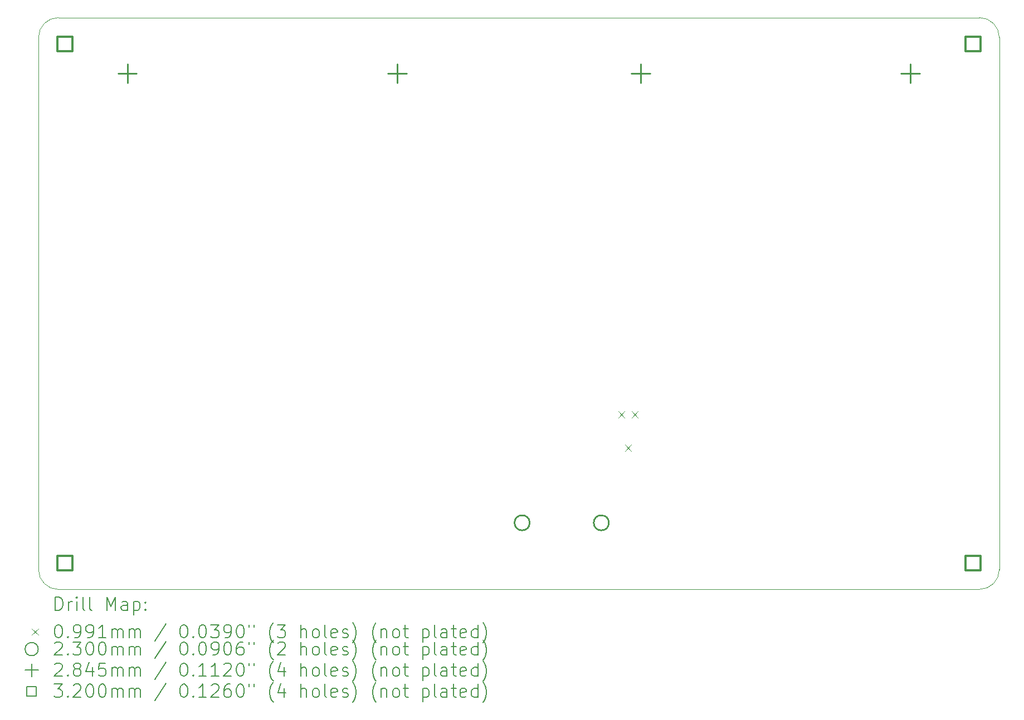
<source format=gbr>
%TF.GenerationSoftware,KiCad,Pcbnew,7.0.8*%
%TF.CreationDate,2023-12-03T17:14:48-07:00*%
%TF.ProjectId,sdm24logger,73646d32-346c-46f6-9767-65722e6b6963,v3*%
%TF.SameCoordinates,Original*%
%TF.FileFunction,Drillmap*%
%TF.FilePolarity,Positive*%
%FSLAX45Y45*%
G04 Gerber Fmt 4.5, Leading zero omitted, Abs format (unit mm)*
G04 Created by KiCad (PCBNEW 7.0.8) date 2023-12-03 17:14:48*
%MOMM*%
%LPD*%
G01*
G04 APERTURE LIST*
%ADD10C,0.100000*%
%ADD11C,0.200000*%
%ADD12C,0.099060*%
%ADD13C,0.230000*%
%ADD14C,0.284480*%
%ADD15C,0.320000*%
G04 APERTURE END LIST*
D10*
X5500000Y-15700000D02*
X19500000Y-15700000D01*
X5200000Y-15400000D02*
G75*
G03*
X5500000Y-15700000I300000J0D01*
G01*
X19500000Y-15700000D02*
G75*
G03*
X19800000Y-15400000I0J300000D01*
G01*
X5200000Y-7300000D02*
X5200000Y-15400000D01*
X19800000Y-15400000D02*
X19800000Y-7300000D01*
X5500000Y-7000000D02*
G75*
G03*
X5200000Y-7300000I0J-300000D01*
G01*
X19500000Y-7000000D02*
X5500000Y-7000000D01*
X19800000Y-7300000D02*
G75*
G03*
X19500000Y-7000000I-300000J0D01*
G01*
D11*
D12*
X14010470Y-12990470D02*
X14109530Y-13089530D01*
X14109530Y-12990470D02*
X14010470Y-13089530D01*
X14112070Y-13498470D02*
X14211130Y-13597530D01*
X14211130Y-13498470D02*
X14112070Y-13597530D01*
X14213670Y-12990470D02*
X14312730Y-13089530D01*
X14312730Y-12990470D02*
X14213670Y-13089530D01*
D13*
X12664000Y-14687000D02*
G75*
G03*
X12664000Y-14687000I-115000J0D01*
G01*
X13868000Y-14687000D02*
G75*
G03*
X13868000Y-14687000I-115000J0D01*
G01*
D14*
X6550000Y-7707771D02*
X6550000Y-7992251D01*
X6407760Y-7850011D02*
X6692240Y-7850011D01*
X10650000Y-7707771D02*
X10650000Y-7992251D01*
X10507760Y-7850011D02*
X10792240Y-7850011D01*
X14350000Y-7707771D02*
X14350000Y-7992251D01*
X14207760Y-7850011D02*
X14492240Y-7850011D01*
X18450000Y-7707771D02*
X18450000Y-7992251D01*
X18307760Y-7850011D02*
X18592240Y-7850011D01*
D15*
X5713138Y-7513138D02*
X5713138Y-7286862D01*
X5486862Y-7286862D01*
X5486862Y-7513138D01*
X5713138Y-7513138D01*
X5713138Y-15413138D02*
X5713138Y-15186862D01*
X5486862Y-15186862D01*
X5486862Y-15413138D01*
X5713138Y-15413138D01*
X19513138Y-7513138D02*
X19513138Y-7286862D01*
X19286862Y-7286862D01*
X19286862Y-7513138D01*
X19513138Y-7513138D01*
X19513138Y-15413138D02*
X19513138Y-15186862D01*
X19286862Y-15186862D01*
X19286862Y-15413138D01*
X19513138Y-15413138D01*
D11*
X5455777Y-16016484D02*
X5455777Y-15816484D01*
X5455777Y-15816484D02*
X5503396Y-15816484D01*
X5503396Y-15816484D02*
X5531967Y-15826008D01*
X5531967Y-15826008D02*
X5551015Y-15845055D01*
X5551015Y-15845055D02*
X5560539Y-15864103D01*
X5560539Y-15864103D02*
X5570063Y-15902198D01*
X5570063Y-15902198D02*
X5570063Y-15930769D01*
X5570063Y-15930769D02*
X5560539Y-15968865D01*
X5560539Y-15968865D02*
X5551015Y-15987912D01*
X5551015Y-15987912D02*
X5531967Y-16006960D01*
X5531967Y-16006960D02*
X5503396Y-16016484D01*
X5503396Y-16016484D02*
X5455777Y-16016484D01*
X5655777Y-16016484D02*
X5655777Y-15883150D01*
X5655777Y-15921246D02*
X5665301Y-15902198D01*
X5665301Y-15902198D02*
X5674824Y-15892674D01*
X5674824Y-15892674D02*
X5693872Y-15883150D01*
X5693872Y-15883150D02*
X5712920Y-15883150D01*
X5779586Y-16016484D02*
X5779586Y-15883150D01*
X5779586Y-15816484D02*
X5770062Y-15826008D01*
X5770062Y-15826008D02*
X5779586Y-15835531D01*
X5779586Y-15835531D02*
X5789110Y-15826008D01*
X5789110Y-15826008D02*
X5779586Y-15816484D01*
X5779586Y-15816484D02*
X5779586Y-15835531D01*
X5903396Y-16016484D02*
X5884348Y-16006960D01*
X5884348Y-16006960D02*
X5874824Y-15987912D01*
X5874824Y-15987912D02*
X5874824Y-15816484D01*
X6008158Y-16016484D02*
X5989110Y-16006960D01*
X5989110Y-16006960D02*
X5979586Y-15987912D01*
X5979586Y-15987912D02*
X5979586Y-15816484D01*
X6236729Y-16016484D02*
X6236729Y-15816484D01*
X6236729Y-15816484D02*
X6303396Y-15959341D01*
X6303396Y-15959341D02*
X6370062Y-15816484D01*
X6370062Y-15816484D02*
X6370062Y-16016484D01*
X6551015Y-16016484D02*
X6551015Y-15911722D01*
X6551015Y-15911722D02*
X6541491Y-15892674D01*
X6541491Y-15892674D02*
X6522443Y-15883150D01*
X6522443Y-15883150D02*
X6484348Y-15883150D01*
X6484348Y-15883150D02*
X6465301Y-15892674D01*
X6551015Y-16006960D02*
X6531967Y-16016484D01*
X6531967Y-16016484D02*
X6484348Y-16016484D01*
X6484348Y-16016484D02*
X6465301Y-16006960D01*
X6465301Y-16006960D02*
X6455777Y-15987912D01*
X6455777Y-15987912D02*
X6455777Y-15968865D01*
X6455777Y-15968865D02*
X6465301Y-15949817D01*
X6465301Y-15949817D02*
X6484348Y-15940293D01*
X6484348Y-15940293D02*
X6531967Y-15940293D01*
X6531967Y-15940293D02*
X6551015Y-15930769D01*
X6646253Y-15883150D02*
X6646253Y-16083150D01*
X6646253Y-15892674D02*
X6665301Y-15883150D01*
X6665301Y-15883150D02*
X6703396Y-15883150D01*
X6703396Y-15883150D02*
X6722443Y-15892674D01*
X6722443Y-15892674D02*
X6731967Y-15902198D01*
X6731967Y-15902198D02*
X6741491Y-15921246D01*
X6741491Y-15921246D02*
X6741491Y-15978388D01*
X6741491Y-15978388D02*
X6731967Y-15997436D01*
X6731967Y-15997436D02*
X6722443Y-16006960D01*
X6722443Y-16006960D02*
X6703396Y-16016484D01*
X6703396Y-16016484D02*
X6665301Y-16016484D01*
X6665301Y-16016484D02*
X6646253Y-16006960D01*
X6827205Y-15997436D02*
X6836729Y-16006960D01*
X6836729Y-16006960D02*
X6827205Y-16016484D01*
X6827205Y-16016484D02*
X6817682Y-16006960D01*
X6817682Y-16006960D02*
X6827205Y-15997436D01*
X6827205Y-15997436D02*
X6827205Y-16016484D01*
X6827205Y-15892674D02*
X6836729Y-15902198D01*
X6836729Y-15902198D02*
X6827205Y-15911722D01*
X6827205Y-15911722D02*
X6817682Y-15902198D01*
X6817682Y-15902198D02*
X6827205Y-15892674D01*
X6827205Y-15892674D02*
X6827205Y-15911722D01*
D12*
X5095940Y-16295470D02*
X5195000Y-16394530D01*
X5195000Y-16295470D02*
X5095940Y-16394530D01*
D11*
X5493872Y-16236484D02*
X5512920Y-16236484D01*
X5512920Y-16236484D02*
X5531967Y-16246008D01*
X5531967Y-16246008D02*
X5541491Y-16255531D01*
X5541491Y-16255531D02*
X5551015Y-16274579D01*
X5551015Y-16274579D02*
X5560539Y-16312674D01*
X5560539Y-16312674D02*
X5560539Y-16360293D01*
X5560539Y-16360293D02*
X5551015Y-16398388D01*
X5551015Y-16398388D02*
X5541491Y-16417436D01*
X5541491Y-16417436D02*
X5531967Y-16426960D01*
X5531967Y-16426960D02*
X5512920Y-16436484D01*
X5512920Y-16436484D02*
X5493872Y-16436484D01*
X5493872Y-16436484D02*
X5474824Y-16426960D01*
X5474824Y-16426960D02*
X5465301Y-16417436D01*
X5465301Y-16417436D02*
X5455777Y-16398388D01*
X5455777Y-16398388D02*
X5446253Y-16360293D01*
X5446253Y-16360293D02*
X5446253Y-16312674D01*
X5446253Y-16312674D02*
X5455777Y-16274579D01*
X5455777Y-16274579D02*
X5465301Y-16255531D01*
X5465301Y-16255531D02*
X5474824Y-16246008D01*
X5474824Y-16246008D02*
X5493872Y-16236484D01*
X5646253Y-16417436D02*
X5655777Y-16426960D01*
X5655777Y-16426960D02*
X5646253Y-16436484D01*
X5646253Y-16436484D02*
X5636729Y-16426960D01*
X5636729Y-16426960D02*
X5646253Y-16417436D01*
X5646253Y-16417436D02*
X5646253Y-16436484D01*
X5751015Y-16436484D02*
X5789110Y-16436484D01*
X5789110Y-16436484D02*
X5808158Y-16426960D01*
X5808158Y-16426960D02*
X5817682Y-16417436D01*
X5817682Y-16417436D02*
X5836729Y-16388865D01*
X5836729Y-16388865D02*
X5846253Y-16350769D01*
X5846253Y-16350769D02*
X5846253Y-16274579D01*
X5846253Y-16274579D02*
X5836729Y-16255531D01*
X5836729Y-16255531D02*
X5827205Y-16246008D01*
X5827205Y-16246008D02*
X5808158Y-16236484D01*
X5808158Y-16236484D02*
X5770062Y-16236484D01*
X5770062Y-16236484D02*
X5751015Y-16246008D01*
X5751015Y-16246008D02*
X5741491Y-16255531D01*
X5741491Y-16255531D02*
X5731967Y-16274579D01*
X5731967Y-16274579D02*
X5731967Y-16322198D01*
X5731967Y-16322198D02*
X5741491Y-16341246D01*
X5741491Y-16341246D02*
X5751015Y-16350769D01*
X5751015Y-16350769D02*
X5770062Y-16360293D01*
X5770062Y-16360293D02*
X5808158Y-16360293D01*
X5808158Y-16360293D02*
X5827205Y-16350769D01*
X5827205Y-16350769D02*
X5836729Y-16341246D01*
X5836729Y-16341246D02*
X5846253Y-16322198D01*
X5941491Y-16436484D02*
X5979586Y-16436484D01*
X5979586Y-16436484D02*
X5998634Y-16426960D01*
X5998634Y-16426960D02*
X6008158Y-16417436D01*
X6008158Y-16417436D02*
X6027205Y-16388865D01*
X6027205Y-16388865D02*
X6036729Y-16350769D01*
X6036729Y-16350769D02*
X6036729Y-16274579D01*
X6036729Y-16274579D02*
X6027205Y-16255531D01*
X6027205Y-16255531D02*
X6017682Y-16246008D01*
X6017682Y-16246008D02*
X5998634Y-16236484D01*
X5998634Y-16236484D02*
X5960539Y-16236484D01*
X5960539Y-16236484D02*
X5941491Y-16246008D01*
X5941491Y-16246008D02*
X5931967Y-16255531D01*
X5931967Y-16255531D02*
X5922443Y-16274579D01*
X5922443Y-16274579D02*
X5922443Y-16322198D01*
X5922443Y-16322198D02*
X5931967Y-16341246D01*
X5931967Y-16341246D02*
X5941491Y-16350769D01*
X5941491Y-16350769D02*
X5960539Y-16360293D01*
X5960539Y-16360293D02*
X5998634Y-16360293D01*
X5998634Y-16360293D02*
X6017682Y-16350769D01*
X6017682Y-16350769D02*
X6027205Y-16341246D01*
X6027205Y-16341246D02*
X6036729Y-16322198D01*
X6227205Y-16436484D02*
X6112920Y-16436484D01*
X6170062Y-16436484D02*
X6170062Y-16236484D01*
X6170062Y-16236484D02*
X6151015Y-16265055D01*
X6151015Y-16265055D02*
X6131967Y-16284103D01*
X6131967Y-16284103D02*
X6112920Y-16293627D01*
X6312920Y-16436484D02*
X6312920Y-16303150D01*
X6312920Y-16322198D02*
X6322443Y-16312674D01*
X6322443Y-16312674D02*
X6341491Y-16303150D01*
X6341491Y-16303150D02*
X6370063Y-16303150D01*
X6370063Y-16303150D02*
X6389110Y-16312674D01*
X6389110Y-16312674D02*
X6398634Y-16331722D01*
X6398634Y-16331722D02*
X6398634Y-16436484D01*
X6398634Y-16331722D02*
X6408158Y-16312674D01*
X6408158Y-16312674D02*
X6427205Y-16303150D01*
X6427205Y-16303150D02*
X6455777Y-16303150D01*
X6455777Y-16303150D02*
X6474824Y-16312674D01*
X6474824Y-16312674D02*
X6484348Y-16331722D01*
X6484348Y-16331722D02*
X6484348Y-16436484D01*
X6579586Y-16436484D02*
X6579586Y-16303150D01*
X6579586Y-16322198D02*
X6589110Y-16312674D01*
X6589110Y-16312674D02*
X6608158Y-16303150D01*
X6608158Y-16303150D02*
X6636729Y-16303150D01*
X6636729Y-16303150D02*
X6655777Y-16312674D01*
X6655777Y-16312674D02*
X6665301Y-16331722D01*
X6665301Y-16331722D02*
X6665301Y-16436484D01*
X6665301Y-16331722D02*
X6674824Y-16312674D01*
X6674824Y-16312674D02*
X6693872Y-16303150D01*
X6693872Y-16303150D02*
X6722443Y-16303150D01*
X6722443Y-16303150D02*
X6741491Y-16312674D01*
X6741491Y-16312674D02*
X6751015Y-16331722D01*
X6751015Y-16331722D02*
X6751015Y-16436484D01*
X7141491Y-16226960D02*
X6970063Y-16484103D01*
X7398634Y-16236484D02*
X7417682Y-16236484D01*
X7417682Y-16236484D02*
X7436729Y-16246008D01*
X7436729Y-16246008D02*
X7446253Y-16255531D01*
X7446253Y-16255531D02*
X7455777Y-16274579D01*
X7455777Y-16274579D02*
X7465301Y-16312674D01*
X7465301Y-16312674D02*
X7465301Y-16360293D01*
X7465301Y-16360293D02*
X7455777Y-16398388D01*
X7455777Y-16398388D02*
X7446253Y-16417436D01*
X7446253Y-16417436D02*
X7436729Y-16426960D01*
X7436729Y-16426960D02*
X7417682Y-16436484D01*
X7417682Y-16436484D02*
X7398634Y-16436484D01*
X7398634Y-16436484D02*
X7379586Y-16426960D01*
X7379586Y-16426960D02*
X7370063Y-16417436D01*
X7370063Y-16417436D02*
X7360539Y-16398388D01*
X7360539Y-16398388D02*
X7351015Y-16360293D01*
X7351015Y-16360293D02*
X7351015Y-16312674D01*
X7351015Y-16312674D02*
X7360539Y-16274579D01*
X7360539Y-16274579D02*
X7370063Y-16255531D01*
X7370063Y-16255531D02*
X7379586Y-16246008D01*
X7379586Y-16246008D02*
X7398634Y-16236484D01*
X7551015Y-16417436D02*
X7560539Y-16426960D01*
X7560539Y-16426960D02*
X7551015Y-16436484D01*
X7551015Y-16436484D02*
X7541491Y-16426960D01*
X7541491Y-16426960D02*
X7551015Y-16417436D01*
X7551015Y-16417436D02*
X7551015Y-16436484D01*
X7684348Y-16236484D02*
X7703396Y-16236484D01*
X7703396Y-16236484D02*
X7722444Y-16246008D01*
X7722444Y-16246008D02*
X7731967Y-16255531D01*
X7731967Y-16255531D02*
X7741491Y-16274579D01*
X7741491Y-16274579D02*
X7751015Y-16312674D01*
X7751015Y-16312674D02*
X7751015Y-16360293D01*
X7751015Y-16360293D02*
X7741491Y-16398388D01*
X7741491Y-16398388D02*
X7731967Y-16417436D01*
X7731967Y-16417436D02*
X7722444Y-16426960D01*
X7722444Y-16426960D02*
X7703396Y-16436484D01*
X7703396Y-16436484D02*
X7684348Y-16436484D01*
X7684348Y-16436484D02*
X7665301Y-16426960D01*
X7665301Y-16426960D02*
X7655777Y-16417436D01*
X7655777Y-16417436D02*
X7646253Y-16398388D01*
X7646253Y-16398388D02*
X7636729Y-16360293D01*
X7636729Y-16360293D02*
X7636729Y-16312674D01*
X7636729Y-16312674D02*
X7646253Y-16274579D01*
X7646253Y-16274579D02*
X7655777Y-16255531D01*
X7655777Y-16255531D02*
X7665301Y-16246008D01*
X7665301Y-16246008D02*
X7684348Y-16236484D01*
X7817682Y-16236484D02*
X7941491Y-16236484D01*
X7941491Y-16236484D02*
X7874825Y-16312674D01*
X7874825Y-16312674D02*
X7903396Y-16312674D01*
X7903396Y-16312674D02*
X7922444Y-16322198D01*
X7922444Y-16322198D02*
X7931967Y-16331722D01*
X7931967Y-16331722D02*
X7941491Y-16350769D01*
X7941491Y-16350769D02*
X7941491Y-16398388D01*
X7941491Y-16398388D02*
X7931967Y-16417436D01*
X7931967Y-16417436D02*
X7922444Y-16426960D01*
X7922444Y-16426960D02*
X7903396Y-16436484D01*
X7903396Y-16436484D02*
X7846253Y-16436484D01*
X7846253Y-16436484D02*
X7827206Y-16426960D01*
X7827206Y-16426960D02*
X7817682Y-16417436D01*
X8036729Y-16436484D02*
X8074825Y-16436484D01*
X8074825Y-16436484D02*
X8093872Y-16426960D01*
X8093872Y-16426960D02*
X8103396Y-16417436D01*
X8103396Y-16417436D02*
X8122444Y-16388865D01*
X8122444Y-16388865D02*
X8131967Y-16350769D01*
X8131967Y-16350769D02*
X8131967Y-16274579D01*
X8131967Y-16274579D02*
X8122444Y-16255531D01*
X8122444Y-16255531D02*
X8112920Y-16246008D01*
X8112920Y-16246008D02*
X8093872Y-16236484D01*
X8093872Y-16236484D02*
X8055777Y-16236484D01*
X8055777Y-16236484D02*
X8036729Y-16246008D01*
X8036729Y-16246008D02*
X8027206Y-16255531D01*
X8027206Y-16255531D02*
X8017682Y-16274579D01*
X8017682Y-16274579D02*
X8017682Y-16322198D01*
X8017682Y-16322198D02*
X8027206Y-16341246D01*
X8027206Y-16341246D02*
X8036729Y-16350769D01*
X8036729Y-16350769D02*
X8055777Y-16360293D01*
X8055777Y-16360293D02*
X8093872Y-16360293D01*
X8093872Y-16360293D02*
X8112920Y-16350769D01*
X8112920Y-16350769D02*
X8122444Y-16341246D01*
X8122444Y-16341246D02*
X8131967Y-16322198D01*
X8255777Y-16236484D02*
X8274825Y-16236484D01*
X8274825Y-16236484D02*
X8293872Y-16246008D01*
X8293872Y-16246008D02*
X8303396Y-16255531D01*
X8303396Y-16255531D02*
X8312920Y-16274579D01*
X8312920Y-16274579D02*
X8322444Y-16312674D01*
X8322444Y-16312674D02*
X8322444Y-16360293D01*
X8322444Y-16360293D02*
X8312920Y-16398388D01*
X8312920Y-16398388D02*
X8303396Y-16417436D01*
X8303396Y-16417436D02*
X8293872Y-16426960D01*
X8293872Y-16426960D02*
X8274825Y-16436484D01*
X8274825Y-16436484D02*
X8255777Y-16436484D01*
X8255777Y-16436484D02*
X8236729Y-16426960D01*
X8236729Y-16426960D02*
X8227206Y-16417436D01*
X8227206Y-16417436D02*
X8217682Y-16398388D01*
X8217682Y-16398388D02*
X8208158Y-16360293D01*
X8208158Y-16360293D02*
X8208158Y-16312674D01*
X8208158Y-16312674D02*
X8217682Y-16274579D01*
X8217682Y-16274579D02*
X8227206Y-16255531D01*
X8227206Y-16255531D02*
X8236729Y-16246008D01*
X8236729Y-16246008D02*
X8255777Y-16236484D01*
X8398634Y-16236484D02*
X8398634Y-16274579D01*
X8474825Y-16236484D02*
X8474825Y-16274579D01*
X8770063Y-16512674D02*
X8760539Y-16503150D01*
X8760539Y-16503150D02*
X8741491Y-16474579D01*
X8741491Y-16474579D02*
X8731968Y-16455531D01*
X8731968Y-16455531D02*
X8722444Y-16426960D01*
X8722444Y-16426960D02*
X8712920Y-16379341D01*
X8712920Y-16379341D02*
X8712920Y-16341246D01*
X8712920Y-16341246D02*
X8722444Y-16293627D01*
X8722444Y-16293627D02*
X8731968Y-16265055D01*
X8731968Y-16265055D02*
X8741491Y-16246008D01*
X8741491Y-16246008D02*
X8760539Y-16217436D01*
X8760539Y-16217436D02*
X8770063Y-16207912D01*
X8827206Y-16236484D02*
X8951015Y-16236484D01*
X8951015Y-16236484D02*
X8884349Y-16312674D01*
X8884349Y-16312674D02*
X8912920Y-16312674D01*
X8912920Y-16312674D02*
X8931968Y-16322198D01*
X8931968Y-16322198D02*
X8941491Y-16331722D01*
X8941491Y-16331722D02*
X8951015Y-16350769D01*
X8951015Y-16350769D02*
X8951015Y-16398388D01*
X8951015Y-16398388D02*
X8941491Y-16417436D01*
X8941491Y-16417436D02*
X8931968Y-16426960D01*
X8931968Y-16426960D02*
X8912920Y-16436484D01*
X8912920Y-16436484D02*
X8855777Y-16436484D01*
X8855777Y-16436484D02*
X8836730Y-16426960D01*
X8836730Y-16426960D02*
X8827206Y-16417436D01*
X9189111Y-16436484D02*
X9189111Y-16236484D01*
X9274825Y-16436484D02*
X9274825Y-16331722D01*
X9274825Y-16331722D02*
X9265301Y-16312674D01*
X9265301Y-16312674D02*
X9246253Y-16303150D01*
X9246253Y-16303150D02*
X9217682Y-16303150D01*
X9217682Y-16303150D02*
X9198634Y-16312674D01*
X9198634Y-16312674D02*
X9189111Y-16322198D01*
X9398634Y-16436484D02*
X9379587Y-16426960D01*
X9379587Y-16426960D02*
X9370063Y-16417436D01*
X9370063Y-16417436D02*
X9360539Y-16398388D01*
X9360539Y-16398388D02*
X9360539Y-16341246D01*
X9360539Y-16341246D02*
X9370063Y-16322198D01*
X9370063Y-16322198D02*
X9379587Y-16312674D01*
X9379587Y-16312674D02*
X9398634Y-16303150D01*
X9398634Y-16303150D02*
X9427206Y-16303150D01*
X9427206Y-16303150D02*
X9446253Y-16312674D01*
X9446253Y-16312674D02*
X9455777Y-16322198D01*
X9455777Y-16322198D02*
X9465301Y-16341246D01*
X9465301Y-16341246D02*
X9465301Y-16398388D01*
X9465301Y-16398388D02*
X9455777Y-16417436D01*
X9455777Y-16417436D02*
X9446253Y-16426960D01*
X9446253Y-16426960D02*
X9427206Y-16436484D01*
X9427206Y-16436484D02*
X9398634Y-16436484D01*
X9579587Y-16436484D02*
X9560539Y-16426960D01*
X9560539Y-16426960D02*
X9551015Y-16407912D01*
X9551015Y-16407912D02*
X9551015Y-16236484D01*
X9731968Y-16426960D02*
X9712920Y-16436484D01*
X9712920Y-16436484D02*
X9674825Y-16436484D01*
X9674825Y-16436484D02*
X9655777Y-16426960D01*
X9655777Y-16426960D02*
X9646253Y-16407912D01*
X9646253Y-16407912D02*
X9646253Y-16331722D01*
X9646253Y-16331722D02*
X9655777Y-16312674D01*
X9655777Y-16312674D02*
X9674825Y-16303150D01*
X9674825Y-16303150D02*
X9712920Y-16303150D01*
X9712920Y-16303150D02*
X9731968Y-16312674D01*
X9731968Y-16312674D02*
X9741492Y-16331722D01*
X9741492Y-16331722D02*
X9741492Y-16350769D01*
X9741492Y-16350769D02*
X9646253Y-16369817D01*
X9817682Y-16426960D02*
X9836730Y-16436484D01*
X9836730Y-16436484D02*
X9874825Y-16436484D01*
X9874825Y-16436484D02*
X9893873Y-16426960D01*
X9893873Y-16426960D02*
X9903396Y-16407912D01*
X9903396Y-16407912D02*
X9903396Y-16398388D01*
X9903396Y-16398388D02*
X9893873Y-16379341D01*
X9893873Y-16379341D02*
X9874825Y-16369817D01*
X9874825Y-16369817D02*
X9846253Y-16369817D01*
X9846253Y-16369817D02*
X9827206Y-16360293D01*
X9827206Y-16360293D02*
X9817682Y-16341246D01*
X9817682Y-16341246D02*
X9817682Y-16331722D01*
X9817682Y-16331722D02*
X9827206Y-16312674D01*
X9827206Y-16312674D02*
X9846253Y-16303150D01*
X9846253Y-16303150D02*
X9874825Y-16303150D01*
X9874825Y-16303150D02*
X9893873Y-16312674D01*
X9970063Y-16512674D02*
X9979587Y-16503150D01*
X9979587Y-16503150D02*
X9998634Y-16474579D01*
X9998634Y-16474579D02*
X10008158Y-16455531D01*
X10008158Y-16455531D02*
X10017682Y-16426960D01*
X10017682Y-16426960D02*
X10027206Y-16379341D01*
X10027206Y-16379341D02*
X10027206Y-16341246D01*
X10027206Y-16341246D02*
X10017682Y-16293627D01*
X10017682Y-16293627D02*
X10008158Y-16265055D01*
X10008158Y-16265055D02*
X9998634Y-16246008D01*
X9998634Y-16246008D02*
X9979587Y-16217436D01*
X9979587Y-16217436D02*
X9970063Y-16207912D01*
X10331968Y-16512674D02*
X10322444Y-16503150D01*
X10322444Y-16503150D02*
X10303396Y-16474579D01*
X10303396Y-16474579D02*
X10293873Y-16455531D01*
X10293873Y-16455531D02*
X10284349Y-16426960D01*
X10284349Y-16426960D02*
X10274825Y-16379341D01*
X10274825Y-16379341D02*
X10274825Y-16341246D01*
X10274825Y-16341246D02*
X10284349Y-16293627D01*
X10284349Y-16293627D02*
X10293873Y-16265055D01*
X10293873Y-16265055D02*
X10303396Y-16246008D01*
X10303396Y-16246008D02*
X10322444Y-16217436D01*
X10322444Y-16217436D02*
X10331968Y-16207912D01*
X10408158Y-16303150D02*
X10408158Y-16436484D01*
X10408158Y-16322198D02*
X10417682Y-16312674D01*
X10417682Y-16312674D02*
X10436730Y-16303150D01*
X10436730Y-16303150D02*
X10465301Y-16303150D01*
X10465301Y-16303150D02*
X10484349Y-16312674D01*
X10484349Y-16312674D02*
X10493873Y-16331722D01*
X10493873Y-16331722D02*
X10493873Y-16436484D01*
X10617682Y-16436484D02*
X10598634Y-16426960D01*
X10598634Y-16426960D02*
X10589111Y-16417436D01*
X10589111Y-16417436D02*
X10579587Y-16398388D01*
X10579587Y-16398388D02*
X10579587Y-16341246D01*
X10579587Y-16341246D02*
X10589111Y-16322198D01*
X10589111Y-16322198D02*
X10598634Y-16312674D01*
X10598634Y-16312674D02*
X10617682Y-16303150D01*
X10617682Y-16303150D02*
X10646254Y-16303150D01*
X10646254Y-16303150D02*
X10665301Y-16312674D01*
X10665301Y-16312674D02*
X10674825Y-16322198D01*
X10674825Y-16322198D02*
X10684349Y-16341246D01*
X10684349Y-16341246D02*
X10684349Y-16398388D01*
X10684349Y-16398388D02*
X10674825Y-16417436D01*
X10674825Y-16417436D02*
X10665301Y-16426960D01*
X10665301Y-16426960D02*
X10646254Y-16436484D01*
X10646254Y-16436484D02*
X10617682Y-16436484D01*
X10741492Y-16303150D02*
X10817682Y-16303150D01*
X10770063Y-16236484D02*
X10770063Y-16407912D01*
X10770063Y-16407912D02*
X10779587Y-16426960D01*
X10779587Y-16426960D02*
X10798634Y-16436484D01*
X10798634Y-16436484D02*
X10817682Y-16436484D01*
X11036730Y-16303150D02*
X11036730Y-16503150D01*
X11036730Y-16312674D02*
X11055777Y-16303150D01*
X11055777Y-16303150D02*
X11093873Y-16303150D01*
X11093873Y-16303150D02*
X11112920Y-16312674D01*
X11112920Y-16312674D02*
X11122444Y-16322198D01*
X11122444Y-16322198D02*
X11131968Y-16341246D01*
X11131968Y-16341246D02*
X11131968Y-16398388D01*
X11131968Y-16398388D02*
X11122444Y-16417436D01*
X11122444Y-16417436D02*
X11112920Y-16426960D01*
X11112920Y-16426960D02*
X11093873Y-16436484D01*
X11093873Y-16436484D02*
X11055777Y-16436484D01*
X11055777Y-16436484D02*
X11036730Y-16426960D01*
X11246253Y-16436484D02*
X11227206Y-16426960D01*
X11227206Y-16426960D02*
X11217682Y-16407912D01*
X11217682Y-16407912D02*
X11217682Y-16236484D01*
X11408158Y-16436484D02*
X11408158Y-16331722D01*
X11408158Y-16331722D02*
X11398634Y-16312674D01*
X11398634Y-16312674D02*
X11379587Y-16303150D01*
X11379587Y-16303150D02*
X11341492Y-16303150D01*
X11341492Y-16303150D02*
X11322444Y-16312674D01*
X11408158Y-16426960D02*
X11389111Y-16436484D01*
X11389111Y-16436484D02*
X11341492Y-16436484D01*
X11341492Y-16436484D02*
X11322444Y-16426960D01*
X11322444Y-16426960D02*
X11312920Y-16407912D01*
X11312920Y-16407912D02*
X11312920Y-16388865D01*
X11312920Y-16388865D02*
X11322444Y-16369817D01*
X11322444Y-16369817D02*
X11341492Y-16360293D01*
X11341492Y-16360293D02*
X11389111Y-16360293D01*
X11389111Y-16360293D02*
X11408158Y-16350769D01*
X11474825Y-16303150D02*
X11551015Y-16303150D01*
X11503396Y-16236484D02*
X11503396Y-16407912D01*
X11503396Y-16407912D02*
X11512920Y-16426960D01*
X11512920Y-16426960D02*
X11531968Y-16436484D01*
X11531968Y-16436484D02*
X11551015Y-16436484D01*
X11693873Y-16426960D02*
X11674825Y-16436484D01*
X11674825Y-16436484D02*
X11636730Y-16436484D01*
X11636730Y-16436484D02*
X11617682Y-16426960D01*
X11617682Y-16426960D02*
X11608158Y-16407912D01*
X11608158Y-16407912D02*
X11608158Y-16331722D01*
X11608158Y-16331722D02*
X11617682Y-16312674D01*
X11617682Y-16312674D02*
X11636730Y-16303150D01*
X11636730Y-16303150D02*
X11674825Y-16303150D01*
X11674825Y-16303150D02*
X11693873Y-16312674D01*
X11693873Y-16312674D02*
X11703396Y-16331722D01*
X11703396Y-16331722D02*
X11703396Y-16350769D01*
X11703396Y-16350769D02*
X11608158Y-16369817D01*
X11874825Y-16436484D02*
X11874825Y-16236484D01*
X11874825Y-16426960D02*
X11855777Y-16436484D01*
X11855777Y-16436484D02*
X11817682Y-16436484D01*
X11817682Y-16436484D02*
X11798634Y-16426960D01*
X11798634Y-16426960D02*
X11789111Y-16417436D01*
X11789111Y-16417436D02*
X11779587Y-16398388D01*
X11779587Y-16398388D02*
X11779587Y-16341246D01*
X11779587Y-16341246D02*
X11789111Y-16322198D01*
X11789111Y-16322198D02*
X11798634Y-16312674D01*
X11798634Y-16312674D02*
X11817682Y-16303150D01*
X11817682Y-16303150D02*
X11855777Y-16303150D01*
X11855777Y-16303150D02*
X11874825Y-16312674D01*
X11951015Y-16512674D02*
X11960539Y-16503150D01*
X11960539Y-16503150D02*
X11979587Y-16474579D01*
X11979587Y-16474579D02*
X11989111Y-16455531D01*
X11989111Y-16455531D02*
X11998634Y-16426960D01*
X11998634Y-16426960D02*
X12008158Y-16379341D01*
X12008158Y-16379341D02*
X12008158Y-16341246D01*
X12008158Y-16341246D02*
X11998634Y-16293627D01*
X11998634Y-16293627D02*
X11989111Y-16265055D01*
X11989111Y-16265055D02*
X11979587Y-16246008D01*
X11979587Y-16246008D02*
X11960539Y-16217436D01*
X11960539Y-16217436D02*
X11951015Y-16207912D01*
X5195000Y-16609000D02*
G75*
G03*
X5195000Y-16609000I-100000J0D01*
G01*
X5446253Y-16519531D02*
X5455777Y-16510008D01*
X5455777Y-16510008D02*
X5474824Y-16500484D01*
X5474824Y-16500484D02*
X5522444Y-16500484D01*
X5522444Y-16500484D02*
X5541491Y-16510008D01*
X5541491Y-16510008D02*
X5551015Y-16519531D01*
X5551015Y-16519531D02*
X5560539Y-16538579D01*
X5560539Y-16538579D02*
X5560539Y-16557627D01*
X5560539Y-16557627D02*
X5551015Y-16586198D01*
X5551015Y-16586198D02*
X5436729Y-16700484D01*
X5436729Y-16700484D02*
X5560539Y-16700484D01*
X5646253Y-16681436D02*
X5655777Y-16690960D01*
X5655777Y-16690960D02*
X5646253Y-16700484D01*
X5646253Y-16700484D02*
X5636729Y-16690960D01*
X5636729Y-16690960D02*
X5646253Y-16681436D01*
X5646253Y-16681436D02*
X5646253Y-16700484D01*
X5722443Y-16500484D02*
X5846253Y-16500484D01*
X5846253Y-16500484D02*
X5779586Y-16576674D01*
X5779586Y-16576674D02*
X5808158Y-16576674D01*
X5808158Y-16576674D02*
X5827205Y-16586198D01*
X5827205Y-16586198D02*
X5836729Y-16595722D01*
X5836729Y-16595722D02*
X5846253Y-16614769D01*
X5846253Y-16614769D02*
X5846253Y-16662388D01*
X5846253Y-16662388D02*
X5836729Y-16681436D01*
X5836729Y-16681436D02*
X5827205Y-16690960D01*
X5827205Y-16690960D02*
X5808158Y-16700484D01*
X5808158Y-16700484D02*
X5751015Y-16700484D01*
X5751015Y-16700484D02*
X5731967Y-16690960D01*
X5731967Y-16690960D02*
X5722443Y-16681436D01*
X5970062Y-16500484D02*
X5989110Y-16500484D01*
X5989110Y-16500484D02*
X6008158Y-16510008D01*
X6008158Y-16510008D02*
X6017682Y-16519531D01*
X6017682Y-16519531D02*
X6027205Y-16538579D01*
X6027205Y-16538579D02*
X6036729Y-16576674D01*
X6036729Y-16576674D02*
X6036729Y-16624293D01*
X6036729Y-16624293D02*
X6027205Y-16662388D01*
X6027205Y-16662388D02*
X6017682Y-16681436D01*
X6017682Y-16681436D02*
X6008158Y-16690960D01*
X6008158Y-16690960D02*
X5989110Y-16700484D01*
X5989110Y-16700484D02*
X5970062Y-16700484D01*
X5970062Y-16700484D02*
X5951015Y-16690960D01*
X5951015Y-16690960D02*
X5941491Y-16681436D01*
X5941491Y-16681436D02*
X5931967Y-16662388D01*
X5931967Y-16662388D02*
X5922443Y-16624293D01*
X5922443Y-16624293D02*
X5922443Y-16576674D01*
X5922443Y-16576674D02*
X5931967Y-16538579D01*
X5931967Y-16538579D02*
X5941491Y-16519531D01*
X5941491Y-16519531D02*
X5951015Y-16510008D01*
X5951015Y-16510008D02*
X5970062Y-16500484D01*
X6160539Y-16500484D02*
X6179586Y-16500484D01*
X6179586Y-16500484D02*
X6198634Y-16510008D01*
X6198634Y-16510008D02*
X6208158Y-16519531D01*
X6208158Y-16519531D02*
X6217682Y-16538579D01*
X6217682Y-16538579D02*
X6227205Y-16576674D01*
X6227205Y-16576674D02*
X6227205Y-16624293D01*
X6227205Y-16624293D02*
X6217682Y-16662388D01*
X6217682Y-16662388D02*
X6208158Y-16681436D01*
X6208158Y-16681436D02*
X6198634Y-16690960D01*
X6198634Y-16690960D02*
X6179586Y-16700484D01*
X6179586Y-16700484D02*
X6160539Y-16700484D01*
X6160539Y-16700484D02*
X6141491Y-16690960D01*
X6141491Y-16690960D02*
X6131967Y-16681436D01*
X6131967Y-16681436D02*
X6122443Y-16662388D01*
X6122443Y-16662388D02*
X6112920Y-16624293D01*
X6112920Y-16624293D02*
X6112920Y-16576674D01*
X6112920Y-16576674D02*
X6122443Y-16538579D01*
X6122443Y-16538579D02*
X6131967Y-16519531D01*
X6131967Y-16519531D02*
X6141491Y-16510008D01*
X6141491Y-16510008D02*
X6160539Y-16500484D01*
X6312920Y-16700484D02*
X6312920Y-16567150D01*
X6312920Y-16586198D02*
X6322443Y-16576674D01*
X6322443Y-16576674D02*
X6341491Y-16567150D01*
X6341491Y-16567150D02*
X6370063Y-16567150D01*
X6370063Y-16567150D02*
X6389110Y-16576674D01*
X6389110Y-16576674D02*
X6398634Y-16595722D01*
X6398634Y-16595722D02*
X6398634Y-16700484D01*
X6398634Y-16595722D02*
X6408158Y-16576674D01*
X6408158Y-16576674D02*
X6427205Y-16567150D01*
X6427205Y-16567150D02*
X6455777Y-16567150D01*
X6455777Y-16567150D02*
X6474824Y-16576674D01*
X6474824Y-16576674D02*
X6484348Y-16595722D01*
X6484348Y-16595722D02*
X6484348Y-16700484D01*
X6579586Y-16700484D02*
X6579586Y-16567150D01*
X6579586Y-16586198D02*
X6589110Y-16576674D01*
X6589110Y-16576674D02*
X6608158Y-16567150D01*
X6608158Y-16567150D02*
X6636729Y-16567150D01*
X6636729Y-16567150D02*
X6655777Y-16576674D01*
X6655777Y-16576674D02*
X6665301Y-16595722D01*
X6665301Y-16595722D02*
X6665301Y-16700484D01*
X6665301Y-16595722D02*
X6674824Y-16576674D01*
X6674824Y-16576674D02*
X6693872Y-16567150D01*
X6693872Y-16567150D02*
X6722443Y-16567150D01*
X6722443Y-16567150D02*
X6741491Y-16576674D01*
X6741491Y-16576674D02*
X6751015Y-16595722D01*
X6751015Y-16595722D02*
X6751015Y-16700484D01*
X7141491Y-16490960D02*
X6970063Y-16748103D01*
X7398634Y-16500484D02*
X7417682Y-16500484D01*
X7417682Y-16500484D02*
X7436729Y-16510008D01*
X7436729Y-16510008D02*
X7446253Y-16519531D01*
X7446253Y-16519531D02*
X7455777Y-16538579D01*
X7455777Y-16538579D02*
X7465301Y-16576674D01*
X7465301Y-16576674D02*
X7465301Y-16624293D01*
X7465301Y-16624293D02*
X7455777Y-16662388D01*
X7455777Y-16662388D02*
X7446253Y-16681436D01*
X7446253Y-16681436D02*
X7436729Y-16690960D01*
X7436729Y-16690960D02*
X7417682Y-16700484D01*
X7417682Y-16700484D02*
X7398634Y-16700484D01*
X7398634Y-16700484D02*
X7379586Y-16690960D01*
X7379586Y-16690960D02*
X7370063Y-16681436D01*
X7370063Y-16681436D02*
X7360539Y-16662388D01*
X7360539Y-16662388D02*
X7351015Y-16624293D01*
X7351015Y-16624293D02*
X7351015Y-16576674D01*
X7351015Y-16576674D02*
X7360539Y-16538579D01*
X7360539Y-16538579D02*
X7370063Y-16519531D01*
X7370063Y-16519531D02*
X7379586Y-16510008D01*
X7379586Y-16510008D02*
X7398634Y-16500484D01*
X7551015Y-16681436D02*
X7560539Y-16690960D01*
X7560539Y-16690960D02*
X7551015Y-16700484D01*
X7551015Y-16700484D02*
X7541491Y-16690960D01*
X7541491Y-16690960D02*
X7551015Y-16681436D01*
X7551015Y-16681436D02*
X7551015Y-16700484D01*
X7684348Y-16500484D02*
X7703396Y-16500484D01*
X7703396Y-16500484D02*
X7722444Y-16510008D01*
X7722444Y-16510008D02*
X7731967Y-16519531D01*
X7731967Y-16519531D02*
X7741491Y-16538579D01*
X7741491Y-16538579D02*
X7751015Y-16576674D01*
X7751015Y-16576674D02*
X7751015Y-16624293D01*
X7751015Y-16624293D02*
X7741491Y-16662388D01*
X7741491Y-16662388D02*
X7731967Y-16681436D01*
X7731967Y-16681436D02*
X7722444Y-16690960D01*
X7722444Y-16690960D02*
X7703396Y-16700484D01*
X7703396Y-16700484D02*
X7684348Y-16700484D01*
X7684348Y-16700484D02*
X7665301Y-16690960D01*
X7665301Y-16690960D02*
X7655777Y-16681436D01*
X7655777Y-16681436D02*
X7646253Y-16662388D01*
X7646253Y-16662388D02*
X7636729Y-16624293D01*
X7636729Y-16624293D02*
X7636729Y-16576674D01*
X7636729Y-16576674D02*
X7646253Y-16538579D01*
X7646253Y-16538579D02*
X7655777Y-16519531D01*
X7655777Y-16519531D02*
X7665301Y-16510008D01*
X7665301Y-16510008D02*
X7684348Y-16500484D01*
X7846253Y-16700484D02*
X7884348Y-16700484D01*
X7884348Y-16700484D02*
X7903396Y-16690960D01*
X7903396Y-16690960D02*
X7912920Y-16681436D01*
X7912920Y-16681436D02*
X7931967Y-16652865D01*
X7931967Y-16652865D02*
X7941491Y-16614769D01*
X7941491Y-16614769D02*
X7941491Y-16538579D01*
X7941491Y-16538579D02*
X7931967Y-16519531D01*
X7931967Y-16519531D02*
X7922444Y-16510008D01*
X7922444Y-16510008D02*
X7903396Y-16500484D01*
X7903396Y-16500484D02*
X7865301Y-16500484D01*
X7865301Y-16500484D02*
X7846253Y-16510008D01*
X7846253Y-16510008D02*
X7836729Y-16519531D01*
X7836729Y-16519531D02*
X7827206Y-16538579D01*
X7827206Y-16538579D02*
X7827206Y-16586198D01*
X7827206Y-16586198D02*
X7836729Y-16605246D01*
X7836729Y-16605246D02*
X7846253Y-16614769D01*
X7846253Y-16614769D02*
X7865301Y-16624293D01*
X7865301Y-16624293D02*
X7903396Y-16624293D01*
X7903396Y-16624293D02*
X7922444Y-16614769D01*
X7922444Y-16614769D02*
X7931967Y-16605246D01*
X7931967Y-16605246D02*
X7941491Y-16586198D01*
X8065301Y-16500484D02*
X8084348Y-16500484D01*
X8084348Y-16500484D02*
X8103396Y-16510008D01*
X8103396Y-16510008D02*
X8112920Y-16519531D01*
X8112920Y-16519531D02*
X8122444Y-16538579D01*
X8122444Y-16538579D02*
X8131967Y-16576674D01*
X8131967Y-16576674D02*
X8131967Y-16624293D01*
X8131967Y-16624293D02*
X8122444Y-16662388D01*
X8122444Y-16662388D02*
X8112920Y-16681436D01*
X8112920Y-16681436D02*
X8103396Y-16690960D01*
X8103396Y-16690960D02*
X8084348Y-16700484D01*
X8084348Y-16700484D02*
X8065301Y-16700484D01*
X8065301Y-16700484D02*
X8046253Y-16690960D01*
X8046253Y-16690960D02*
X8036729Y-16681436D01*
X8036729Y-16681436D02*
X8027206Y-16662388D01*
X8027206Y-16662388D02*
X8017682Y-16624293D01*
X8017682Y-16624293D02*
X8017682Y-16576674D01*
X8017682Y-16576674D02*
X8027206Y-16538579D01*
X8027206Y-16538579D02*
X8036729Y-16519531D01*
X8036729Y-16519531D02*
X8046253Y-16510008D01*
X8046253Y-16510008D02*
X8065301Y-16500484D01*
X8303396Y-16500484D02*
X8265301Y-16500484D01*
X8265301Y-16500484D02*
X8246253Y-16510008D01*
X8246253Y-16510008D02*
X8236729Y-16519531D01*
X8236729Y-16519531D02*
X8217682Y-16548103D01*
X8217682Y-16548103D02*
X8208158Y-16586198D01*
X8208158Y-16586198D02*
X8208158Y-16662388D01*
X8208158Y-16662388D02*
X8217682Y-16681436D01*
X8217682Y-16681436D02*
X8227206Y-16690960D01*
X8227206Y-16690960D02*
X8246253Y-16700484D01*
X8246253Y-16700484D02*
X8284348Y-16700484D01*
X8284348Y-16700484D02*
X8303396Y-16690960D01*
X8303396Y-16690960D02*
X8312920Y-16681436D01*
X8312920Y-16681436D02*
X8322444Y-16662388D01*
X8322444Y-16662388D02*
X8322444Y-16614769D01*
X8322444Y-16614769D02*
X8312920Y-16595722D01*
X8312920Y-16595722D02*
X8303396Y-16586198D01*
X8303396Y-16586198D02*
X8284348Y-16576674D01*
X8284348Y-16576674D02*
X8246253Y-16576674D01*
X8246253Y-16576674D02*
X8227206Y-16586198D01*
X8227206Y-16586198D02*
X8217682Y-16595722D01*
X8217682Y-16595722D02*
X8208158Y-16614769D01*
X8398634Y-16500484D02*
X8398634Y-16538579D01*
X8474825Y-16500484D02*
X8474825Y-16538579D01*
X8770063Y-16776674D02*
X8760539Y-16767150D01*
X8760539Y-16767150D02*
X8741491Y-16738579D01*
X8741491Y-16738579D02*
X8731968Y-16719531D01*
X8731968Y-16719531D02*
X8722444Y-16690960D01*
X8722444Y-16690960D02*
X8712920Y-16643341D01*
X8712920Y-16643341D02*
X8712920Y-16605246D01*
X8712920Y-16605246D02*
X8722444Y-16557627D01*
X8722444Y-16557627D02*
X8731968Y-16529055D01*
X8731968Y-16529055D02*
X8741491Y-16510008D01*
X8741491Y-16510008D02*
X8760539Y-16481436D01*
X8760539Y-16481436D02*
X8770063Y-16471912D01*
X8836730Y-16519531D02*
X8846253Y-16510008D01*
X8846253Y-16510008D02*
X8865301Y-16500484D01*
X8865301Y-16500484D02*
X8912920Y-16500484D01*
X8912920Y-16500484D02*
X8931968Y-16510008D01*
X8931968Y-16510008D02*
X8941491Y-16519531D01*
X8941491Y-16519531D02*
X8951015Y-16538579D01*
X8951015Y-16538579D02*
X8951015Y-16557627D01*
X8951015Y-16557627D02*
X8941491Y-16586198D01*
X8941491Y-16586198D02*
X8827206Y-16700484D01*
X8827206Y-16700484D02*
X8951015Y-16700484D01*
X9189111Y-16700484D02*
X9189111Y-16500484D01*
X9274825Y-16700484D02*
X9274825Y-16595722D01*
X9274825Y-16595722D02*
X9265301Y-16576674D01*
X9265301Y-16576674D02*
X9246253Y-16567150D01*
X9246253Y-16567150D02*
X9217682Y-16567150D01*
X9217682Y-16567150D02*
X9198634Y-16576674D01*
X9198634Y-16576674D02*
X9189111Y-16586198D01*
X9398634Y-16700484D02*
X9379587Y-16690960D01*
X9379587Y-16690960D02*
X9370063Y-16681436D01*
X9370063Y-16681436D02*
X9360539Y-16662388D01*
X9360539Y-16662388D02*
X9360539Y-16605246D01*
X9360539Y-16605246D02*
X9370063Y-16586198D01*
X9370063Y-16586198D02*
X9379587Y-16576674D01*
X9379587Y-16576674D02*
X9398634Y-16567150D01*
X9398634Y-16567150D02*
X9427206Y-16567150D01*
X9427206Y-16567150D02*
X9446253Y-16576674D01*
X9446253Y-16576674D02*
X9455777Y-16586198D01*
X9455777Y-16586198D02*
X9465301Y-16605246D01*
X9465301Y-16605246D02*
X9465301Y-16662388D01*
X9465301Y-16662388D02*
X9455777Y-16681436D01*
X9455777Y-16681436D02*
X9446253Y-16690960D01*
X9446253Y-16690960D02*
X9427206Y-16700484D01*
X9427206Y-16700484D02*
X9398634Y-16700484D01*
X9579587Y-16700484D02*
X9560539Y-16690960D01*
X9560539Y-16690960D02*
X9551015Y-16671912D01*
X9551015Y-16671912D02*
X9551015Y-16500484D01*
X9731968Y-16690960D02*
X9712920Y-16700484D01*
X9712920Y-16700484D02*
X9674825Y-16700484D01*
X9674825Y-16700484D02*
X9655777Y-16690960D01*
X9655777Y-16690960D02*
X9646253Y-16671912D01*
X9646253Y-16671912D02*
X9646253Y-16595722D01*
X9646253Y-16595722D02*
X9655777Y-16576674D01*
X9655777Y-16576674D02*
X9674825Y-16567150D01*
X9674825Y-16567150D02*
X9712920Y-16567150D01*
X9712920Y-16567150D02*
X9731968Y-16576674D01*
X9731968Y-16576674D02*
X9741492Y-16595722D01*
X9741492Y-16595722D02*
X9741492Y-16614769D01*
X9741492Y-16614769D02*
X9646253Y-16633817D01*
X9817682Y-16690960D02*
X9836730Y-16700484D01*
X9836730Y-16700484D02*
X9874825Y-16700484D01*
X9874825Y-16700484D02*
X9893873Y-16690960D01*
X9893873Y-16690960D02*
X9903396Y-16671912D01*
X9903396Y-16671912D02*
X9903396Y-16662388D01*
X9903396Y-16662388D02*
X9893873Y-16643341D01*
X9893873Y-16643341D02*
X9874825Y-16633817D01*
X9874825Y-16633817D02*
X9846253Y-16633817D01*
X9846253Y-16633817D02*
X9827206Y-16624293D01*
X9827206Y-16624293D02*
X9817682Y-16605246D01*
X9817682Y-16605246D02*
X9817682Y-16595722D01*
X9817682Y-16595722D02*
X9827206Y-16576674D01*
X9827206Y-16576674D02*
X9846253Y-16567150D01*
X9846253Y-16567150D02*
X9874825Y-16567150D01*
X9874825Y-16567150D02*
X9893873Y-16576674D01*
X9970063Y-16776674D02*
X9979587Y-16767150D01*
X9979587Y-16767150D02*
X9998634Y-16738579D01*
X9998634Y-16738579D02*
X10008158Y-16719531D01*
X10008158Y-16719531D02*
X10017682Y-16690960D01*
X10017682Y-16690960D02*
X10027206Y-16643341D01*
X10027206Y-16643341D02*
X10027206Y-16605246D01*
X10027206Y-16605246D02*
X10017682Y-16557627D01*
X10017682Y-16557627D02*
X10008158Y-16529055D01*
X10008158Y-16529055D02*
X9998634Y-16510008D01*
X9998634Y-16510008D02*
X9979587Y-16481436D01*
X9979587Y-16481436D02*
X9970063Y-16471912D01*
X10331968Y-16776674D02*
X10322444Y-16767150D01*
X10322444Y-16767150D02*
X10303396Y-16738579D01*
X10303396Y-16738579D02*
X10293873Y-16719531D01*
X10293873Y-16719531D02*
X10284349Y-16690960D01*
X10284349Y-16690960D02*
X10274825Y-16643341D01*
X10274825Y-16643341D02*
X10274825Y-16605246D01*
X10274825Y-16605246D02*
X10284349Y-16557627D01*
X10284349Y-16557627D02*
X10293873Y-16529055D01*
X10293873Y-16529055D02*
X10303396Y-16510008D01*
X10303396Y-16510008D02*
X10322444Y-16481436D01*
X10322444Y-16481436D02*
X10331968Y-16471912D01*
X10408158Y-16567150D02*
X10408158Y-16700484D01*
X10408158Y-16586198D02*
X10417682Y-16576674D01*
X10417682Y-16576674D02*
X10436730Y-16567150D01*
X10436730Y-16567150D02*
X10465301Y-16567150D01*
X10465301Y-16567150D02*
X10484349Y-16576674D01*
X10484349Y-16576674D02*
X10493873Y-16595722D01*
X10493873Y-16595722D02*
X10493873Y-16700484D01*
X10617682Y-16700484D02*
X10598634Y-16690960D01*
X10598634Y-16690960D02*
X10589111Y-16681436D01*
X10589111Y-16681436D02*
X10579587Y-16662388D01*
X10579587Y-16662388D02*
X10579587Y-16605246D01*
X10579587Y-16605246D02*
X10589111Y-16586198D01*
X10589111Y-16586198D02*
X10598634Y-16576674D01*
X10598634Y-16576674D02*
X10617682Y-16567150D01*
X10617682Y-16567150D02*
X10646254Y-16567150D01*
X10646254Y-16567150D02*
X10665301Y-16576674D01*
X10665301Y-16576674D02*
X10674825Y-16586198D01*
X10674825Y-16586198D02*
X10684349Y-16605246D01*
X10684349Y-16605246D02*
X10684349Y-16662388D01*
X10684349Y-16662388D02*
X10674825Y-16681436D01*
X10674825Y-16681436D02*
X10665301Y-16690960D01*
X10665301Y-16690960D02*
X10646254Y-16700484D01*
X10646254Y-16700484D02*
X10617682Y-16700484D01*
X10741492Y-16567150D02*
X10817682Y-16567150D01*
X10770063Y-16500484D02*
X10770063Y-16671912D01*
X10770063Y-16671912D02*
X10779587Y-16690960D01*
X10779587Y-16690960D02*
X10798634Y-16700484D01*
X10798634Y-16700484D02*
X10817682Y-16700484D01*
X11036730Y-16567150D02*
X11036730Y-16767150D01*
X11036730Y-16576674D02*
X11055777Y-16567150D01*
X11055777Y-16567150D02*
X11093873Y-16567150D01*
X11093873Y-16567150D02*
X11112920Y-16576674D01*
X11112920Y-16576674D02*
X11122444Y-16586198D01*
X11122444Y-16586198D02*
X11131968Y-16605246D01*
X11131968Y-16605246D02*
X11131968Y-16662388D01*
X11131968Y-16662388D02*
X11122444Y-16681436D01*
X11122444Y-16681436D02*
X11112920Y-16690960D01*
X11112920Y-16690960D02*
X11093873Y-16700484D01*
X11093873Y-16700484D02*
X11055777Y-16700484D01*
X11055777Y-16700484D02*
X11036730Y-16690960D01*
X11246253Y-16700484D02*
X11227206Y-16690960D01*
X11227206Y-16690960D02*
X11217682Y-16671912D01*
X11217682Y-16671912D02*
X11217682Y-16500484D01*
X11408158Y-16700484D02*
X11408158Y-16595722D01*
X11408158Y-16595722D02*
X11398634Y-16576674D01*
X11398634Y-16576674D02*
X11379587Y-16567150D01*
X11379587Y-16567150D02*
X11341492Y-16567150D01*
X11341492Y-16567150D02*
X11322444Y-16576674D01*
X11408158Y-16690960D02*
X11389111Y-16700484D01*
X11389111Y-16700484D02*
X11341492Y-16700484D01*
X11341492Y-16700484D02*
X11322444Y-16690960D01*
X11322444Y-16690960D02*
X11312920Y-16671912D01*
X11312920Y-16671912D02*
X11312920Y-16652865D01*
X11312920Y-16652865D02*
X11322444Y-16633817D01*
X11322444Y-16633817D02*
X11341492Y-16624293D01*
X11341492Y-16624293D02*
X11389111Y-16624293D01*
X11389111Y-16624293D02*
X11408158Y-16614769D01*
X11474825Y-16567150D02*
X11551015Y-16567150D01*
X11503396Y-16500484D02*
X11503396Y-16671912D01*
X11503396Y-16671912D02*
X11512920Y-16690960D01*
X11512920Y-16690960D02*
X11531968Y-16700484D01*
X11531968Y-16700484D02*
X11551015Y-16700484D01*
X11693873Y-16690960D02*
X11674825Y-16700484D01*
X11674825Y-16700484D02*
X11636730Y-16700484D01*
X11636730Y-16700484D02*
X11617682Y-16690960D01*
X11617682Y-16690960D02*
X11608158Y-16671912D01*
X11608158Y-16671912D02*
X11608158Y-16595722D01*
X11608158Y-16595722D02*
X11617682Y-16576674D01*
X11617682Y-16576674D02*
X11636730Y-16567150D01*
X11636730Y-16567150D02*
X11674825Y-16567150D01*
X11674825Y-16567150D02*
X11693873Y-16576674D01*
X11693873Y-16576674D02*
X11703396Y-16595722D01*
X11703396Y-16595722D02*
X11703396Y-16614769D01*
X11703396Y-16614769D02*
X11608158Y-16633817D01*
X11874825Y-16700484D02*
X11874825Y-16500484D01*
X11874825Y-16690960D02*
X11855777Y-16700484D01*
X11855777Y-16700484D02*
X11817682Y-16700484D01*
X11817682Y-16700484D02*
X11798634Y-16690960D01*
X11798634Y-16690960D02*
X11789111Y-16681436D01*
X11789111Y-16681436D02*
X11779587Y-16662388D01*
X11779587Y-16662388D02*
X11779587Y-16605246D01*
X11779587Y-16605246D02*
X11789111Y-16586198D01*
X11789111Y-16586198D02*
X11798634Y-16576674D01*
X11798634Y-16576674D02*
X11817682Y-16567150D01*
X11817682Y-16567150D02*
X11855777Y-16567150D01*
X11855777Y-16567150D02*
X11874825Y-16576674D01*
X11951015Y-16776674D02*
X11960539Y-16767150D01*
X11960539Y-16767150D02*
X11979587Y-16738579D01*
X11979587Y-16738579D02*
X11989111Y-16719531D01*
X11989111Y-16719531D02*
X11998634Y-16690960D01*
X11998634Y-16690960D02*
X12008158Y-16643341D01*
X12008158Y-16643341D02*
X12008158Y-16605246D01*
X12008158Y-16605246D02*
X11998634Y-16557627D01*
X11998634Y-16557627D02*
X11989111Y-16529055D01*
X11989111Y-16529055D02*
X11979587Y-16510008D01*
X11979587Y-16510008D02*
X11960539Y-16481436D01*
X11960539Y-16481436D02*
X11951015Y-16471912D01*
X5095000Y-16829000D02*
X5095000Y-17029000D01*
X4995000Y-16929000D02*
X5195000Y-16929000D01*
X5446253Y-16839531D02*
X5455777Y-16830008D01*
X5455777Y-16830008D02*
X5474824Y-16820484D01*
X5474824Y-16820484D02*
X5522444Y-16820484D01*
X5522444Y-16820484D02*
X5541491Y-16830008D01*
X5541491Y-16830008D02*
X5551015Y-16839531D01*
X5551015Y-16839531D02*
X5560539Y-16858579D01*
X5560539Y-16858579D02*
X5560539Y-16877627D01*
X5560539Y-16877627D02*
X5551015Y-16906198D01*
X5551015Y-16906198D02*
X5436729Y-17020484D01*
X5436729Y-17020484D02*
X5560539Y-17020484D01*
X5646253Y-17001436D02*
X5655777Y-17010960D01*
X5655777Y-17010960D02*
X5646253Y-17020484D01*
X5646253Y-17020484D02*
X5636729Y-17010960D01*
X5636729Y-17010960D02*
X5646253Y-17001436D01*
X5646253Y-17001436D02*
X5646253Y-17020484D01*
X5770062Y-16906198D02*
X5751015Y-16896674D01*
X5751015Y-16896674D02*
X5741491Y-16887150D01*
X5741491Y-16887150D02*
X5731967Y-16868103D01*
X5731967Y-16868103D02*
X5731967Y-16858579D01*
X5731967Y-16858579D02*
X5741491Y-16839531D01*
X5741491Y-16839531D02*
X5751015Y-16830008D01*
X5751015Y-16830008D02*
X5770062Y-16820484D01*
X5770062Y-16820484D02*
X5808158Y-16820484D01*
X5808158Y-16820484D02*
X5827205Y-16830008D01*
X5827205Y-16830008D02*
X5836729Y-16839531D01*
X5836729Y-16839531D02*
X5846253Y-16858579D01*
X5846253Y-16858579D02*
X5846253Y-16868103D01*
X5846253Y-16868103D02*
X5836729Y-16887150D01*
X5836729Y-16887150D02*
X5827205Y-16896674D01*
X5827205Y-16896674D02*
X5808158Y-16906198D01*
X5808158Y-16906198D02*
X5770062Y-16906198D01*
X5770062Y-16906198D02*
X5751015Y-16915722D01*
X5751015Y-16915722D02*
X5741491Y-16925246D01*
X5741491Y-16925246D02*
X5731967Y-16944293D01*
X5731967Y-16944293D02*
X5731967Y-16982389D01*
X5731967Y-16982389D02*
X5741491Y-17001436D01*
X5741491Y-17001436D02*
X5751015Y-17010960D01*
X5751015Y-17010960D02*
X5770062Y-17020484D01*
X5770062Y-17020484D02*
X5808158Y-17020484D01*
X5808158Y-17020484D02*
X5827205Y-17010960D01*
X5827205Y-17010960D02*
X5836729Y-17001436D01*
X5836729Y-17001436D02*
X5846253Y-16982389D01*
X5846253Y-16982389D02*
X5846253Y-16944293D01*
X5846253Y-16944293D02*
X5836729Y-16925246D01*
X5836729Y-16925246D02*
X5827205Y-16915722D01*
X5827205Y-16915722D02*
X5808158Y-16906198D01*
X6017682Y-16887150D02*
X6017682Y-17020484D01*
X5970062Y-16810960D02*
X5922443Y-16953817D01*
X5922443Y-16953817D02*
X6046253Y-16953817D01*
X6217682Y-16820484D02*
X6122443Y-16820484D01*
X6122443Y-16820484D02*
X6112920Y-16915722D01*
X6112920Y-16915722D02*
X6122443Y-16906198D01*
X6122443Y-16906198D02*
X6141491Y-16896674D01*
X6141491Y-16896674D02*
X6189110Y-16896674D01*
X6189110Y-16896674D02*
X6208158Y-16906198D01*
X6208158Y-16906198D02*
X6217682Y-16915722D01*
X6217682Y-16915722D02*
X6227205Y-16934770D01*
X6227205Y-16934770D02*
X6227205Y-16982389D01*
X6227205Y-16982389D02*
X6217682Y-17001436D01*
X6217682Y-17001436D02*
X6208158Y-17010960D01*
X6208158Y-17010960D02*
X6189110Y-17020484D01*
X6189110Y-17020484D02*
X6141491Y-17020484D01*
X6141491Y-17020484D02*
X6122443Y-17010960D01*
X6122443Y-17010960D02*
X6112920Y-17001436D01*
X6312920Y-17020484D02*
X6312920Y-16887150D01*
X6312920Y-16906198D02*
X6322443Y-16896674D01*
X6322443Y-16896674D02*
X6341491Y-16887150D01*
X6341491Y-16887150D02*
X6370063Y-16887150D01*
X6370063Y-16887150D02*
X6389110Y-16896674D01*
X6389110Y-16896674D02*
X6398634Y-16915722D01*
X6398634Y-16915722D02*
X6398634Y-17020484D01*
X6398634Y-16915722D02*
X6408158Y-16896674D01*
X6408158Y-16896674D02*
X6427205Y-16887150D01*
X6427205Y-16887150D02*
X6455777Y-16887150D01*
X6455777Y-16887150D02*
X6474824Y-16896674D01*
X6474824Y-16896674D02*
X6484348Y-16915722D01*
X6484348Y-16915722D02*
X6484348Y-17020484D01*
X6579586Y-17020484D02*
X6579586Y-16887150D01*
X6579586Y-16906198D02*
X6589110Y-16896674D01*
X6589110Y-16896674D02*
X6608158Y-16887150D01*
X6608158Y-16887150D02*
X6636729Y-16887150D01*
X6636729Y-16887150D02*
X6655777Y-16896674D01*
X6655777Y-16896674D02*
X6665301Y-16915722D01*
X6665301Y-16915722D02*
X6665301Y-17020484D01*
X6665301Y-16915722D02*
X6674824Y-16896674D01*
X6674824Y-16896674D02*
X6693872Y-16887150D01*
X6693872Y-16887150D02*
X6722443Y-16887150D01*
X6722443Y-16887150D02*
X6741491Y-16896674D01*
X6741491Y-16896674D02*
X6751015Y-16915722D01*
X6751015Y-16915722D02*
X6751015Y-17020484D01*
X7141491Y-16810960D02*
X6970063Y-17068103D01*
X7398634Y-16820484D02*
X7417682Y-16820484D01*
X7417682Y-16820484D02*
X7436729Y-16830008D01*
X7436729Y-16830008D02*
X7446253Y-16839531D01*
X7446253Y-16839531D02*
X7455777Y-16858579D01*
X7455777Y-16858579D02*
X7465301Y-16896674D01*
X7465301Y-16896674D02*
X7465301Y-16944293D01*
X7465301Y-16944293D02*
X7455777Y-16982389D01*
X7455777Y-16982389D02*
X7446253Y-17001436D01*
X7446253Y-17001436D02*
X7436729Y-17010960D01*
X7436729Y-17010960D02*
X7417682Y-17020484D01*
X7417682Y-17020484D02*
X7398634Y-17020484D01*
X7398634Y-17020484D02*
X7379586Y-17010960D01*
X7379586Y-17010960D02*
X7370063Y-17001436D01*
X7370063Y-17001436D02*
X7360539Y-16982389D01*
X7360539Y-16982389D02*
X7351015Y-16944293D01*
X7351015Y-16944293D02*
X7351015Y-16896674D01*
X7351015Y-16896674D02*
X7360539Y-16858579D01*
X7360539Y-16858579D02*
X7370063Y-16839531D01*
X7370063Y-16839531D02*
X7379586Y-16830008D01*
X7379586Y-16830008D02*
X7398634Y-16820484D01*
X7551015Y-17001436D02*
X7560539Y-17010960D01*
X7560539Y-17010960D02*
X7551015Y-17020484D01*
X7551015Y-17020484D02*
X7541491Y-17010960D01*
X7541491Y-17010960D02*
X7551015Y-17001436D01*
X7551015Y-17001436D02*
X7551015Y-17020484D01*
X7751015Y-17020484D02*
X7636729Y-17020484D01*
X7693872Y-17020484D02*
X7693872Y-16820484D01*
X7693872Y-16820484D02*
X7674825Y-16849055D01*
X7674825Y-16849055D02*
X7655777Y-16868103D01*
X7655777Y-16868103D02*
X7636729Y-16877627D01*
X7941491Y-17020484D02*
X7827206Y-17020484D01*
X7884348Y-17020484D02*
X7884348Y-16820484D01*
X7884348Y-16820484D02*
X7865301Y-16849055D01*
X7865301Y-16849055D02*
X7846253Y-16868103D01*
X7846253Y-16868103D02*
X7827206Y-16877627D01*
X8017682Y-16839531D02*
X8027206Y-16830008D01*
X8027206Y-16830008D02*
X8046253Y-16820484D01*
X8046253Y-16820484D02*
X8093872Y-16820484D01*
X8093872Y-16820484D02*
X8112920Y-16830008D01*
X8112920Y-16830008D02*
X8122444Y-16839531D01*
X8122444Y-16839531D02*
X8131967Y-16858579D01*
X8131967Y-16858579D02*
X8131967Y-16877627D01*
X8131967Y-16877627D02*
X8122444Y-16906198D01*
X8122444Y-16906198D02*
X8008158Y-17020484D01*
X8008158Y-17020484D02*
X8131967Y-17020484D01*
X8255777Y-16820484D02*
X8274825Y-16820484D01*
X8274825Y-16820484D02*
X8293872Y-16830008D01*
X8293872Y-16830008D02*
X8303396Y-16839531D01*
X8303396Y-16839531D02*
X8312920Y-16858579D01*
X8312920Y-16858579D02*
X8322444Y-16896674D01*
X8322444Y-16896674D02*
X8322444Y-16944293D01*
X8322444Y-16944293D02*
X8312920Y-16982389D01*
X8312920Y-16982389D02*
X8303396Y-17001436D01*
X8303396Y-17001436D02*
X8293872Y-17010960D01*
X8293872Y-17010960D02*
X8274825Y-17020484D01*
X8274825Y-17020484D02*
X8255777Y-17020484D01*
X8255777Y-17020484D02*
X8236729Y-17010960D01*
X8236729Y-17010960D02*
X8227206Y-17001436D01*
X8227206Y-17001436D02*
X8217682Y-16982389D01*
X8217682Y-16982389D02*
X8208158Y-16944293D01*
X8208158Y-16944293D02*
X8208158Y-16896674D01*
X8208158Y-16896674D02*
X8217682Y-16858579D01*
X8217682Y-16858579D02*
X8227206Y-16839531D01*
X8227206Y-16839531D02*
X8236729Y-16830008D01*
X8236729Y-16830008D02*
X8255777Y-16820484D01*
X8398634Y-16820484D02*
X8398634Y-16858579D01*
X8474825Y-16820484D02*
X8474825Y-16858579D01*
X8770063Y-17096674D02*
X8760539Y-17087150D01*
X8760539Y-17087150D02*
X8741491Y-17058579D01*
X8741491Y-17058579D02*
X8731968Y-17039531D01*
X8731968Y-17039531D02*
X8722444Y-17010960D01*
X8722444Y-17010960D02*
X8712920Y-16963341D01*
X8712920Y-16963341D02*
X8712920Y-16925246D01*
X8712920Y-16925246D02*
X8722444Y-16877627D01*
X8722444Y-16877627D02*
X8731968Y-16849055D01*
X8731968Y-16849055D02*
X8741491Y-16830008D01*
X8741491Y-16830008D02*
X8760539Y-16801436D01*
X8760539Y-16801436D02*
X8770063Y-16791912D01*
X8931968Y-16887150D02*
X8931968Y-17020484D01*
X8884349Y-16810960D02*
X8836730Y-16953817D01*
X8836730Y-16953817D02*
X8960539Y-16953817D01*
X9189111Y-17020484D02*
X9189111Y-16820484D01*
X9274825Y-17020484D02*
X9274825Y-16915722D01*
X9274825Y-16915722D02*
X9265301Y-16896674D01*
X9265301Y-16896674D02*
X9246253Y-16887150D01*
X9246253Y-16887150D02*
X9217682Y-16887150D01*
X9217682Y-16887150D02*
X9198634Y-16896674D01*
X9198634Y-16896674D02*
X9189111Y-16906198D01*
X9398634Y-17020484D02*
X9379587Y-17010960D01*
X9379587Y-17010960D02*
X9370063Y-17001436D01*
X9370063Y-17001436D02*
X9360539Y-16982389D01*
X9360539Y-16982389D02*
X9360539Y-16925246D01*
X9360539Y-16925246D02*
X9370063Y-16906198D01*
X9370063Y-16906198D02*
X9379587Y-16896674D01*
X9379587Y-16896674D02*
X9398634Y-16887150D01*
X9398634Y-16887150D02*
X9427206Y-16887150D01*
X9427206Y-16887150D02*
X9446253Y-16896674D01*
X9446253Y-16896674D02*
X9455777Y-16906198D01*
X9455777Y-16906198D02*
X9465301Y-16925246D01*
X9465301Y-16925246D02*
X9465301Y-16982389D01*
X9465301Y-16982389D02*
X9455777Y-17001436D01*
X9455777Y-17001436D02*
X9446253Y-17010960D01*
X9446253Y-17010960D02*
X9427206Y-17020484D01*
X9427206Y-17020484D02*
X9398634Y-17020484D01*
X9579587Y-17020484D02*
X9560539Y-17010960D01*
X9560539Y-17010960D02*
X9551015Y-16991912D01*
X9551015Y-16991912D02*
X9551015Y-16820484D01*
X9731968Y-17010960D02*
X9712920Y-17020484D01*
X9712920Y-17020484D02*
X9674825Y-17020484D01*
X9674825Y-17020484D02*
X9655777Y-17010960D01*
X9655777Y-17010960D02*
X9646253Y-16991912D01*
X9646253Y-16991912D02*
X9646253Y-16915722D01*
X9646253Y-16915722D02*
X9655777Y-16896674D01*
X9655777Y-16896674D02*
X9674825Y-16887150D01*
X9674825Y-16887150D02*
X9712920Y-16887150D01*
X9712920Y-16887150D02*
X9731968Y-16896674D01*
X9731968Y-16896674D02*
X9741492Y-16915722D01*
X9741492Y-16915722D02*
X9741492Y-16934770D01*
X9741492Y-16934770D02*
X9646253Y-16953817D01*
X9817682Y-17010960D02*
X9836730Y-17020484D01*
X9836730Y-17020484D02*
X9874825Y-17020484D01*
X9874825Y-17020484D02*
X9893873Y-17010960D01*
X9893873Y-17010960D02*
X9903396Y-16991912D01*
X9903396Y-16991912D02*
X9903396Y-16982389D01*
X9903396Y-16982389D02*
X9893873Y-16963341D01*
X9893873Y-16963341D02*
X9874825Y-16953817D01*
X9874825Y-16953817D02*
X9846253Y-16953817D01*
X9846253Y-16953817D02*
X9827206Y-16944293D01*
X9827206Y-16944293D02*
X9817682Y-16925246D01*
X9817682Y-16925246D02*
X9817682Y-16915722D01*
X9817682Y-16915722D02*
X9827206Y-16896674D01*
X9827206Y-16896674D02*
X9846253Y-16887150D01*
X9846253Y-16887150D02*
X9874825Y-16887150D01*
X9874825Y-16887150D02*
X9893873Y-16896674D01*
X9970063Y-17096674D02*
X9979587Y-17087150D01*
X9979587Y-17087150D02*
X9998634Y-17058579D01*
X9998634Y-17058579D02*
X10008158Y-17039531D01*
X10008158Y-17039531D02*
X10017682Y-17010960D01*
X10017682Y-17010960D02*
X10027206Y-16963341D01*
X10027206Y-16963341D02*
X10027206Y-16925246D01*
X10027206Y-16925246D02*
X10017682Y-16877627D01*
X10017682Y-16877627D02*
X10008158Y-16849055D01*
X10008158Y-16849055D02*
X9998634Y-16830008D01*
X9998634Y-16830008D02*
X9979587Y-16801436D01*
X9979587Y-16801436D02*
X9970063Y-16791912D01*
X10331968Y-17096674D02*
X10322444Y-17087150D01*
X10322444Y-17087150D02*
X10303396Y-17058579D01*
X10303396Y-17058579D02*
X10293873Y-17039531D01*
X10293873Y-17039531D02*
X10284349Y-17010960D01*
X10284349Y-17010960D02*
X10274825Y-16963341D01*
X10274825Y-16963341D02*
X10274825Y-16925246D01*
X10274825Y-16925246D02*
X10284349Y-16877627D01*
X10284349Y-16877627D02*
X10293873Y-16849055D01*
X10293873Y-16849055D02*
X10303396Y-16830008D01*
X10303396Y-16830008D02*
X10322444Y-16801436D01*
X10322444Y-16801436D02*
X10331968Y-16791912D01*
X10408158Y-16887150D02*
X10408158Y-17020484D01*
X10408158Y-16906198D02*
X10417682Y-16896674D01*
X10417682Y-16896674D02*
X10436730Y-16887150D01*
X10436730Y-16887150D02*
X10465301Y-16887150D01*
X10465301Y-16887150D02*
X10484349Y-16896674D01*
X10484349Y-16896674D02*
X10493873Y-16915722D01*
X10493873Y-16915722D02*
X10493873Y-17020484D01*
X10617682Y-17020484D02*
X10598634Y-17010960D01*
X10598634Y-17010960D02*
X10589111Y-17001436D01*
X10589111Y-17001436D02*
X10579587Y-16982389D01*
X10579587Y-16982389D02*
X10579587Y-16925246D01*
X10579587Y-16925246D02*
X10589111Y-16906198D01*
X10589111Y-16906198D02*
X10598634Y-16896674D01*
X10598634Y-16896674D02*
X10617682Y-16887150D01*
X10617682Y-16887150D02*
X10646254Y-16887150D01*
X10646254Y-16887150D02*
X10665301Y-16896674D01*
X10665301Y-16896674D02*
X10674825Y-16906198D01*
X10674825Y-16906198D02*
X10684349Y-16925246D01*
X10684349Y-16925246D02*
X10684349Y-16982389D01*
X10684349Y-16982389D02*
X10674825Y-17001436D01*
X10674825Y-17001436D02*
X10665301Y-17010960D01*
X10665301Y-17010960D02*
X10646254Y-17020484D01*
X10646254Y-17020484D02*
X10617682Y-17020484D01*
X10741492Y-16887150D02*
X10817682Y-16887150D01*
X10770063Y-16820484D02*
X10770063Y-16991912D01*
X10770063Y-16991912D02*
X10779587Y-17010960D01*
X10779587Y-17010960D02*
X10798634Y-17020484D01*
X10798634Y-17020484D02*
X10817682Y-17020484D01*
X11036730Y-16887150D02*
X11036730Y-17087150D01*
X11036730Y-16896674D02*
X11055777Y-16887150D01*
X11055777Y-16887150D02*
X11093873Y-16887150D01*
X11093873Y-16887150D02*
X11112920Y-16896674D01*
X11112920Y-16896674D02*
X11122444Y-16906198D01*
X11122444Y-16906198D02*
X11131968Y-16925246D01*
X11131968Y-16925246D02*
X11131968Y-16982389D01*
X11131968Y-16982389D02*
X11122444Y-17001436D01*
X11122444Y-17001436D02*
X11112920Y-17010960D01*
X11112920Y-17010960D02*
X11093873Y-17020484D01*
X11093873Y-17020484D02*
X11055777Y-17020484D01*
X11055777Y-17020484D02*
X11036730Y-17010960D01*
X11246253Y-17020484D02*
X11227206Y-17010960D01*
X11227206Y-17010960D02*
X11217682Y-16991912D01*
X11217682Y-16991912D02*
X11217682Y-16820484D01*
X11408158Y-17020484D02*
X11408158Y-16915722D01*
X11408158Y-16915722D02*
X11398634Y-16896674D01*
X11398634Y-16896674D02*
X11379587Y-16887150D01*
X11379587Y-16887150D02*
X11341492Y-16887150D01*
X11341492Y-16887150D02*
X11322444Y-16896674D01*
X11408158Y-17010960D02*
X11389111Y-17020484D01*
X11389111Y-17020484D02*
X11341492Y-17020484D01*
X11341492Y-17020484D02*
X11322444Y-17010960D01*
X11322444Y-17010960D02*
X11312920Y-16991912D01*
X11312920Y-16991912D02*
X11312920Y-16972865D01*
X11312920Y-16972865D02*
X11322444Y-16953817D01*
X11322444Y-16953817D02*
X11341492Y-16944293D01*
X11341492Y-16944293D02*
X11389111Y-16944293D01*
X11389111Y-16944293D02*
X11408158Y-16934770D01*
X11474825Y-16887150D02*
X11551015Y-16887150D01*
X11503396Y-16820484D02*
X11503396Y-16991912D01*
X11503396Y-16991912D02*
X11512920Y-17010960D01*
X11512920Y-17010960D02*
X11531968Y-17020484D01*
X11531968Y-17020484D02*
X11551015Y-17020484D01*
X11693873Y-17010960D02*
X11674825Y-17020484D01*
X11674825Y-17020484D02*
X11636730Y-17020484D01*
X11636730Y-17020484D02*
X11617682Y-17010960D01*
X11617682Y-17010960D02*
X11608158Y-16991912D01*
X11608158Y-16991912D02*
X11608158Y-16915722D01*
X11608158Y-16915722D02*
X11617682Y-16896674D01*
X11617682Y-16896674D02*
X11636730Y-16887150D01*
X11636730Y-16887150D02*
X11674825Y-16887150D01*
X11674825Y-16887150D02*
X11693873Y-16896674D01*
X11693873Y-16896674D02*
X11703396Y-16915722D01*
X11703396Y-16915722D02*
X11703396Y-16934770D01*
X11703396Y-16934770D02*
X11608158Y-16953817D01*
X11874825Y-17020484D02*
X11874825Y-16820484D01*
X11874825Y-17010960D02*
X11855777Y-17020484D01*
X11855777Y-17020484D02*
X11817682Y-17020484D01*
X11817682Y-17020484D02*
X11798634Y-17010960D01*
X11798634Y-17010960D02*
X11789111Y-17001436D01*
X11789111Y-17001436D02*
X11779587Y-16982389D01*
X11779587Y-16982389D02*
X11779587Y-16925246D01*
X11779587Y-16925246D02*
X11789111Y-16906198D01*
X11789111Y-16906198D02*
X11798634Y-16896674D01*
X11798634Y-16896674D02*
X11817682Y-16887150D01*
X11817682Y-16887150D02*
X11855777Y-16887150D01*
X11855777Y-16887150D02*
X11874825Y-16896674D01*
X11951015Y-17096674D02*
X11960539Y-17087150D01*
X11960539Y-17087150D02*
X11979587Y-17058579D01*
X11979587Y-17058579D02*
X11989111Y-17039531D01*
X11989111Y-17039531D02*
X11998634Y-17010960D01*
X11998634Y-17010960D02*
X12008158Y-16963341D01*
X12008158Y-16963341D02*
X12008158Y-16925246D01*
X12008158Y-16925246D02*
X11998634Y-16877627D01*
X11998634Y-16877627D02*
X11989111Y-16849055D01*
X11989111Y-16849055D02*
X11979587Y-16830008D01*
X11979587Y-16830008D02*
X11960539Y-16801436D01*
X11960539Y-16801436D02*
X11951015Y-16791912D01*
X5165711Y-17319711D02*
X5165711Y-17178289D01*
X5024289Y-17178289D01*
X5024289Y-17319711D01*
X5165711Y-17319711D01*
X5436729Y-17140484D02*
X5560539Y-17140484D01*
X5560539Y-17140484D02*
X5493872Y-17216674D01*
X5493872Y-17216674D02*
X5522444Y-17216674D01*
X5522444Y-17216674D02*
X5541491Y-17226198D01*
X5541491Y-17226198D02*
X5551015Y-17235722D01*
X5551015Y-17235722D02*
X5560539Y-17254770D01*
X5560539Y-17254770D02*
X5560539Y-17302389D01*
X5560539Y-17302389D02*
X5551015Y-17321436D01*
X5551015Y-17321436D02*
X5541491Y-17330960D01*
X5541491Y-17330960D02*
X5522444Y-17340484D01*
X5522444Y-17340484D02*
X5465301Y-17340484D01*
X5465301Y-17340484D02*
X5446253Y-17330960D01*
X5446253Y-17330960D02*
X5436729Y-17321436D01*
X5646253Y-17321436D02*
X5655777Y-17330960D01*
X5655777Y-17330960D02*
X5646253Y-17340484D01*
X5646253Y-17340484D02*
X5636729Y-17330960D01*
X5636729Y-17330960D02*
X5646253Y-17321436D01*
X5646253Y-17321436D02*
X5646253Y-17340484D01*
X5731967Y-17159531D02*
X5741491Y-17150008D01*
X5741491Y-17150008D02*
X5760539Y-17140484D01*
X5760539Y-17140484D02*
X5808158Y-17140484D01*
X5808158Y-17140484D02*
X5827205Y-17150008D01*
X5827205Y-17150008D02*
X5836729Y-17159531D01*
X5836729Y-17159531D02*
X5846253Y-17178579D01*
X5846253Y-17178579D02*
X5846253Y-17197627D01*
X5846253Y-17197627D02*
X5836729Y-17226198D01*
X5836729Y-17226198D02*
X5722443Y-17340484D01*
X5722443Y-17340484D02*
X5846253Y-17340484D01*
X5970062Y-17140484D02*
X5989110Y-17140484D01*
X5989110Y-17140484D02*
X6008158Y-17150008D01*
X6008158Y-17150008D02*
X6017682Y-17159531D01*
X6017682Y-17159531D02*
X6027205Y-17178579D01*
X6027205Y-17178579D02*
X6036729Y-17216674D01*
X6036729Y-17216674D02*
X6036729Y-17264293D01*
X6036729Y-17264293D02*
X6027205Y-17302389D01*
X6027205Y-17302389D02*
X6017682Y-17321436D01*
X6017682Y-17321436D02*
X6008158Y-17330960D01*
X6008158Y-17330960D02*
X5989110Y-17340484D01*
X5989110Y-17340484D02*
X5970062Y-17340484D01*
X5970062Y-17340484D02*
X5951015Y-17330960D01*
X5951015Y-17330960D02*
X5941491Y-17321436D01*
X5941491Y-17321436D02*
X5931967Y-17302389D01*
X5931967Y-17302389D02*
X5922443Y-17264293D01*
X5922443Y-17264293D02*
X5922443Y-17216674D01*
X5922443Y-17216674D02*
X5931967Y-17178579D01*
X5931967Y-17178579D02*
X5941491Y-17159531D01*
X5941491Y-17159531D02*
X5951015Y-17150008D01*
X5951015Y-17150008D02*
X5970062Y-17140484D01*
X6160539Y-17140484D02*
X6179586Y-17140484D01*
X6179586Y-17140484D02*
X6198634Y-17150008D01*
X6198634Y-17150008D02*
X6208158Y-17159531D01*
X6208158Y-17159531D02*
X6217682Y-17178579D01*
X6217682Y-17178579D02*
X6227205Y-17216674D01*
X6227205Y-17216674D02*
X6227205Y-17264293D01*
X6227205Y-17264293D02*
X6217682Y-17302389D01*
X6217682Y-17302389D02*
X6208158Y-17321436D01*
X6208158Y-17321436D02*
X6198634Y-17330960D01*
X6198634Y-17330960D02*
X6179586Y-17340484D01*
X6179586Y-17340484D02*
X6160539Y-17340484D01*
X6160539Y-17340484D02*
X6141491Y-17330960D01*
X6141491Y-17330960D02*
X6131967Y-17321436D01*
X6131967Y-17321436D02*
X6122443Y-17302389D01*
X6122443Y-17302389D02*
X6112920Y-17264293D01*
X6112920Y-17264293D02*
X6112920Y-17216674D01*
X6112920Y-17216674D02*
X6122443Y-17178579D01*
X6122443Y-17178579D02*
X6131967Y-17159531D01*
X6131967Y-17159531D02*
X6141491Y-17150008D01*
X6141491Y-17150008D02*
X6160539Y-17140484D01*
X6312920Y-17340484D02*
X6312920Y-17207150D01*
X6312920Y-17226198D02*
X6322443Y-17216674D01*
X6322443Y-17216674D02*
X6341491Y-17207150D01*
X6341491Y-17207150D02*
X6370063Y-17207150D01*
X6370063Y-17207150D02*
X6389110Y-17216674D01*
X6389110Y-17216674D02*
X6398634Y-17235722D01*
X6398634Y-17235722D02*
X6398634Y-17340484D01*
X6398634Y-17235722D02*
X6408158Y-17216674D01*
X6408158Y-17216674D02*
X6427205Y-17207150D01*
X6427205Y-17207150D02*
X6455777Y-17207150D01*
X6455777Y-17207150D02*
X6474824Y-17216674D01*
X6474824Y-17216674D02*
X6484348Y-17235722D01*
X6484348Y-17235722D02*
X6484348Y-17340484D01*
X6579586Y-17340484D02*
X6579586Y-17207150D01*
X6579586Y-17226198D02*
X6589110Y-17216674D01*
X6589110Y-17216674D02*
X6608158Y-17207150D01*
X6608158Y-17207150D02*
X6636729Y-17207150D01*
X6636729Y-17207150D02*
X6655777Y-17216674D01*
X6655777Y-17216674D02*
X6665301Y-17235722D01*
X6665301Y-17235722D02*
X6665301Y-17340484D01*
X6665301Y-17235722D02*
X6674824Y-17216674D01*
X6674824Y-17216674D02*
X6693872Y-17207150D01*
X6693872Y-17207150D02*
X6722443Y-17207150D01*
X6722443Y-17207150D02*
X6741491Y-17216674D01*
X6741491Y-17216674D02*
X6751015Y-17235722D01*
X6751015Y-17235722D02*
X6751015Y-17340484D01*
X7141491Y-17130960D02*
X6970063Y-17388103D01*
X7398634Y-17140484D02*
X7417682Y-17140484D01*
X7417682Y-17140484D02*
X7436729Y-17150008D01*
X7436729Y-17150008D02*
X7446253Y-17159531D01*
X7446253Y-17159531D02*
X7455777Y-17178579D01*
X7455777Y-17178579D02*
X7465301Y-17216674D01*
X7465301Y-17216674D02*
X7465301Y-17264293D01*
X7465301Y-17264293D02*
X7455777Y-17302389D01*
X7455777Y-17302389D02*
X7446253Y-17321436D01*
X7446253Y-17321436D02*
X7436729Y-17330960D01*
X7436729Y-17330960D02*
X7417682Y-17340484D01*
X7417682Y-17340484D02*
X7398634Y-17340484D01*
X7398634Y-17340484D02*
X7379586Y-17330960D01*
X7379586Y-17330960D02*
X7370063Y-17321436D01*
X7370063Y-17321436D02*
X7360539Y-17302389D01*
X7360539Y-17302389D02*
X7351015Y-17264293D01*
X7351015Y-17264293D02*
X7351015Y-17216674D01*
X7351015Y-17216674D02*
X7360539Y-17178579D01*
X7360539Y-17178579D02*
X7370063Y-17159531D01*
X7370063Y-17159531D02*
X7379586Y-17150008D01*
X7379586Y-17150008D02*
X7398634Y-17140484D01*
X7551015Y-17321436D02*
X7560539Y-17330960D01*
X7560539Y-17330960D02*
X7551015Y-17340484D01*
X7551015Y-17340484D02*
X7541491Y-17330960D01*
X7541491Y-17330960D02*
X7551015Y-17321436D01*
X7551015Y-17321436D02*
X7551015Y-17340484D01*
X7751015Y-17340484D02*
X7636729Y-17340484D01*
X7693872Y-17340484D02*
X7693872Y-17140484D01*
X7693872Y-17140484D02*
X7674825Y-17169055D01*
X7674825Y-17169055D02*
X7655777Y-17188103D01*
X7655777Y-17188103D02*
X7636729Y-17197627D01*
X7827206Y-17159531D02*
X7836729Y-17150008D01*
X7836729Y-17150008D02*
X7855777Y-17140484D01*
X7855777Y-17140484D02*
X7903396Y-17140484D01*
X7903396Y-17140484D02*
X7922444Y-17150008D01*
X7922444Y-17150008D02*
X7931967Y-17159531D01*
X7931967Y-17159531D02*
X7941491Y-17178579D01*
X7941491Y-17178579D02*
X7941491Y-17197627D01*
X7941491Y-17197627D02*
X7931967Y-17226198D01*
X7931967Y-17226198D02*
X7817682Y-17340484D01*
X7817682Y-17340484D02*
X7941491Y-17340484D01*
X8112920Y-17140484D02*
X8074825Y-17140484D01*
X8074825Y-17140484D02*
X8055777Y-17150008D01*
X8055777Y-17150008D02*
X8046253Y-17159531D01*
X8046253Y-17159531D02*
X8027206Y-17188103D01*
X8027206Y-17188103D02*
X8017682Y-17226198D01*
X8017682Y-17226198D02*
X8017682Y-17302389D01*
X8017682Y-17302389D02*
X8027206Y-17321436D01*
X8027206Y-17321436D02*
X8036729Y-17330960D01*
X8036729Y-17330960D02*
X8055777Y-17340484D01*
X8055777Y-17340484D02*
X8093872Y-17340484D01*
X8093872Y-17340484D02*
X8112920Y-17330960D01*
X8112920Y-17330960D02*
X8122444Y-17321436D01*
X8122444Y-17321436D02*
X8131967Y-17302389D01*
X8131967Y-17302389D02*
X8131967Y-17254770D01*
X8131967Y-17254770D02*
X8122444Y-17235722D01*
X8122444Y-17235722D02*
X8112920Y-17226198D01*
X8112920Y-17226198D02*
X8093872Y-17216674D01*
X8093872Y-17216674D02*
X8055777Y-17216674D01*
X8055777Y-17216674D02*
X8036729Y-17226198D01*
X8036729Y-17226198D02*
X8027206Y-17235722D01*
X8027206Y-17235722D02*
X8017682Y-17254770D01*
X8255777Y-17140484D02*
X8274825Y-17140484D01*
X8274825Y-17140484D02*
X8293872Y-17150008D01*
X8293872Y-17150008D02*
X8303396Y-17159531D01*
X8303396Y-17159531D02*
X8312920Y-17178579D01*
X8312920Y-17178579D02*
X8322444Y-17216674D01*
X8322444Y-17216674D02*
X8322444Y-17264293D01*
X8322444Y-17264293D02*
X8312920Y-17302389D01*
X8312920Y-17302389D02*
X8303396Y-17321436D01*
X8303396Y-17321436D02*
X8293872Y-17330960D01*
X8293872Y-17330960D02*
X8274825Y-17340484D01*
X8274825Y-17340484D02*
X8255777Y-17340484D01*
X8255777Y-17340484D02*
X8236729Y-17330960D01*
X8236729Y-17330960D02*
X8227206Y-17321436D01*
X8227206Y-17321436D02*
X8217682Y-17302389D01*
X8217682Y-17302389D02*
X8208158Y-17264293D01*
X8208158Y-17264293D02*
X8208158Y-17216674D01*
X8208158Y-17216674D02*
X8217682Y-17178579D01*
X8217682Y-17178579D02*
X8227206Y-17159531D01*
X8227206Y-17159531D02*
X8236729Y-17150008D01*
X8236729Y-17150008D02*
X8255777Y-17140484D01*
X8398634Y-17140484D02*
X8398634Y-17178579D01*
X8474825Y-17140484D02*
X8474825Y-17178579D01*
X8770063Y-17416674D02*
X8760539Y-17407150D01*
X8760539Y-17407150D02*
X8741491Y-17378579D01*
X8741491Y-17378579D02*
X8731968Y-17359531D01*
X8731968Y-17359531D02*
X8722444Y-17330960D01*
X8722444Y-17330960D02*
X8712920Y-17283341D01*
X8712920Y-17283341D02*
X8712920Y-17245246D01*
X8712920Y-17245246D02*
X8722444Y-17197627D01*
X8722444Y-17197627D02*
X8731968Y-17169055D01*
X8731968Y-17169055D02*
X8741491Y-17150008D01*
X8741491Y-17150008D02*
X8760539Y-17121436D01*
X8760539Y-17121436D02*
X8770063Y-17111912D01*
X8931968Y-17207150D02*
X8931968Y-17340484D01*
X8884349Y-17130960D02*
X8836730Y-17273817D01*
X8836730Y-17273817D02*
X8960539Y-17273817D01*
X9189111Y-17340484D02*
X9189111Y-17140484D01*
X9274825Y-17340484D02*
X9274825Y-17235722D01*
X9274825Y-17235722D02*
X9265301Y-17216674D01*
X9265301Y-17216674D02*
X9246253Y-17207150D01*
X9246253Y-17207150D02*
X9217682Y-17207150D01*
X9217682Y-17207150D02*
X9198634Y-17216674D01*
X9198634Y-17216674D02*
X9189111Y-17226198D01*
X9398634Y-17340484D02*
X9379587Y-17330960D01*
X9379587Y-17330960D02*
X9370063Y-17321436D01*
X9370063Y-17321436D02*
X9360539Y-17302389D01*
X9360539Y-17302389D02*
X9360539Y-17245246D01*
X9360539Y-17245246D02*
X9370063Y-17226198D01*
X9370063Y-17226198D02*
X9379587Y-17216674D01*
X9379587Y-17216674D02*
X9398634Y-17207150D01*
X9398634Y-17207150D02*
X9427206Y-17207150D01*
X9427206Y-17207150D02*
X9446253Y-17216674D01*
X9446253Y-17216674D02*
X9455777Y-17226198D01*
X9455777Y-17226198D02*
X9465301Y-17245246D01*
X9465301Y-17245246D02*
X9465301Y-17302389D01*
X9465301Y-17302389D02*
X9455777Y-17321436D01*
X9455777Y-17321436D02*
X9446253Y-17330960D01*
X9446253Y-17330960D02*
X9427206Y-17340484D01*
X9427206Y-17340484D02*
X9398634Y-17340484D01*
X9579587Y-17340484D02*
X9560539Y-17330960D01*
X9560539Y-17330960D02*
X9551015Y-17311912D01*
X9551015Y-17311912D02*
X9551015Y-17140484D01*
X9731968Y-17330960D02*
X9712920Y-17340484D01*
X9712920Y-17340484D02*
X9674825Y-17340484D01*
X9674825Y-17340484D02*
X9655777Y-17330960D01*
X9655777Y-17330960D02*
X9646253Y-17311912D01*
X9646253Y-17311912D02*
X9646253Y-17235722D01*
X9646253Y-17235722D02*
X9655777Y-17216674D01*
X9655777Y-17216674D02*
X9674825Y-17207150D01*
X9674825Y-17207150D02*
X9712920Y-17207150D01*
X9712920Y-17207150D02*
X9731968Y-17216674D01*
X9731968Y-17216674D02*
X9741492Y-17235722D01*
X9741492Y-17235722D02*
X9741492Y-17254770D01*
X9741492Y-17254770D02*
X9646253Y-17273817D01*
X9817682Y-17330960D02*
X9836730Y-17340484D01*
X9836730Y-17340484D02*
X9874825Y-17340484D01*
X9874825Y-17340484D02*
X9893873Y-17330960D01*
X9893873Y-17330960D02*
X9903396Y-17311912D01*
X9903396Y-17311912D02*
X9903396Y-17302389D01*
X9903396Y-17302389D02*
X9893873Y-17283341D01*
X9893873Y-17283341D02*
X9874825Y-17273817D01*
X9874825Y-17273817D02*
X9846253Y-17273817D01*
X9846253Y-17273817D02*
X9827206Y-17264293D01*
X9827206Y-17264293D02*
X9817682Y-17245246D01*
X9817682Y-17245246D02*
X9817682Y-17235722D01*
X9817682Y-17235722D02*
X9827206Y-17216674D01*
X9827206Y-17216674D02*
X9846253Y-17207150D01*
X9846253Y-17207150D02*
X9874825Y-17207150D01*
X9874825Y-17207150D02*
X9893873Y-17216674D01*
X9970063Y-17416674D02*
X9979587Y-17407150D01*
X9979587Y-17407150D02*
X9998634Y-17378579D01*
X9998634Y-17378579D02*
X10008158Y-17359531D01*
X10008158Y-17359531D02*
X10017682Y-17330960D01*
X10017682Y-17330960D02*
X10027206Y-17283341D01*
X10027206Y-17283341D02*
X10027206Y-17245246D01*
X10027206Y-17245246D02*
X10017682Y-17197627D01*
X10017682Y-17197627D02*
X10008158Y-17169055D01*
X10008158Y-17169055D02*
X9998634Y-17150008D01*
X9998634Y-17150008D02*
X9979587Y-17121436D01*
X9979587Y-17121436D02*
X9970063Y-17111912D01*
X10331968Y-17416674D02*
X10322444Y-17407150D01*
X10322444Y-17407150D02*
X10303396Y-17378579D01*
X10303396Y-17378579D02*
X10293873Y-17359531D01*
X10293873Y-17359531D02*
X10284349Y-17330960D01*
X10284349Y-17330960D02*
X10274825Y-17283341D01*
X10274825Y-17283341D02*
X10274825Y-17245246D01*
X10274825Y-17245246D02*
X10284349Y-17197627D01*
X10284349Y-17197627D02*
X10293873Y-17169055D01*
X10293873Y-17169055D02*
X10303396Y-17150008D01*
X10303396Y-17150008D02*
X10322444Y-17121436D01*
X10322444Y-17121436D02*
X10331968Y-17111912D01*
X10408158Y-17207150D02*
X10408158Y-17340484D01*
X10408158Y-17226198D02*
X10417682Y-17216674D01*
X10417682Y-17216674D02*
X10436730Y-17207150D01*
X10436730Y-17207150D02*
X10465301Y-17207150D01*
X10465301Y-17207150D02*
X10484349Y-17216674D01*
X10484349Y-17216674D02*
X10493873Y-17235722D01*
X10493873Y-17235722D02*
X10493873Y-17340484D01*
X10617682Y-17340484D02*
X10598634Y-17330960D01*
X10598634Y-17330960D02*
X10589111Y-17321436D01*
X10589111Y-17321436D02*
X10579587Y-17302389D01*
X10579587Y-17302389D02*
X10579587Y-17245246D01*
X10579587Y-17245246D02*
X10589111Y-17226198D01*
X10589111Y-17226198D02*
X10598634Y-17216674D01*
X10598634Y-17216674D02*
X10617682Y-17207150D01*
X10617682Y-17207150D02*
X10646254Y-17207150D01*
X10646254Y-17207150D02*
X10665301Y-17216674D01*
X10665301Y-17216674D02*
X10674825Y-17226198D01*
X10674825Y-17226198D02*
X10684349Y-17245246D01*
X10684349Y-17245246D02*
X10684349Y-17302389D01*
X10684349Y-17302389D02*
X10674825Y-17321436D01*
X10674825Y-17321436D02*
X10665301Y-17330960D01*
X10665301Y-17330960D02*
X10646254Y-17340484D01*
X10646254Y-17340484D02*
X10617682Y-17340484D01*
X10741492Y-17207150D02*
X10817682Y-17207150D01*
X10770063Y-17140484D02*
X10770063Y-17311912D01*
X10770063Y-17311912D02*
X10779587Y-17330960D01*
X10779587Y-17330960D02*
X10798634Y-17340484D01*
X10798634Y-17340484D02*
X10817682Y-17340484D01*
X11036730Y-17207150D02*
X11036730Y-17407150D01*
X11036730Y-17216674D02*
X11055777Y-17207150D01*
X11055777Y-17207150D02*
X11093873Y-17207150D01*
X11093873Y-17207150D02*
X11112920Y-17216674D01*
X11112920Y-17216674D02*
X11122444Y-17226198D01*
X11122444Y-17226198D02*
X11131968Y-17245246D01*
X11131968Y-17245246D02*
X11131968Y-17302389D01*
X11131968Y-17302389D02*
X11122444Y-17321436D01*
X11122444Y-17321436D02*
X11112920Y-17330960D01*
X11112920Y-17330960D02*
X11093873Y-17340484D01*
X11093873Y-17340484D02*
X11055777Y-17340484D01*
X11055777Y-17340484D02*
X11036730Y-17330960D01*
X11246253Y-17340484D02*
X11227206Y-17330960D01*
X11227206Y-17330960D02*
X11217682Y-17311912D01*
X11217682Y-17311912D02*
X11217682Y-17140484D01*
X11408158Y-17340484D02*
X11408158Y-17235722D01*
X11408158Y-17235722D02*
X11398634Y-17216674D01*
X11398634Y-17216674D02*
X11379587Y-17207150D01*
X11379587Y-17207150D02*
X11341492Y-17207150D01*
X11341492Y-17207150D02*
X11322444Y-17216674D01*
X11408158Y-17330960D02*
X11389111Y-17340484D01*
X11389111Y-17340484D02*
X11341492Y-17340484D01*
X11341492Y-17340484D02*
X11322444Y-17330960D01*
X11322444Y-17330960D02*
X11312920Y-17311912D01*
X11312920Y-17311912D02*
X11312920Y-17292865D01*
X11312920Y-17292865D02*
X11322444Y-17273817D01*
X11322444Y-17273817D02*
X11341492Y-17264293D01*
X11341492Y-17264293D02*
X11389111Y-17264293D01*
X11389111Y-17264293D02*
X11408158Y-17254770D01*
X11474825Y-17207150D02*
X11551015Y-17207150D01*
X11503396Y-17140484D02*
X11503396Y-17311912D01*
X11503396Y-17311912D02*
X11512920Y-17330960D01*
X11512920Y-17330960D02*
X11531968Y-17340484D01*
X11531968Y-17340484D02*
X11551015Y-17340484D01*
X11693873Y-17330960D02*
X11674825Y-17340484D01*
X11674825Y-17340484D02*
X11636730Y-17340484D01*
X11636730Y-17340484D02*
X11617682Y-17330960D01*
X11617682Y-17330960D02*
X11608158Y-17311912D01*
X11608158Y-17311912D02*
X11608158Y-17235722D01*
X11608158Y-17235722D02*
X11617682Y-17216674D01*
X11617682Y-17216674D02*
X11636730Y-17207150D01*
X11636730Y-17207150D02*
X11674825Y-17207150D01*
X11674825Y-17207150D02*
X11693873Y-17216674D01*
X11693873Y-17216674D02*
X11703396Y-17235722D01*
X11703396Y-17235722D02*
X11703396Y-17254770D01*
X11703396Y-17254770D02*
X11608158Y-17273817D01*
X11874825Y-17340484D02*
X11874825Y-17140484D01*
X11874825Y-17330960D02*
X11855777Y-17340484D01*
X11855777Y-17340484D02*
X11817682Y-17340484D01*
X11817682Y-17340484D02*
X11798634Y-17330960D01*
X11798634Y-17330960D02*
X11789111Y-17321436D01*
X11789111Y-17321436D02*
X11779587Y-17302389D01*
X11779587Y-17302389D02*
X11779587Y-17245246D01*
X11779587Y-17245246D02*
X11789111Y-17226198D01*
X11789111Y-17226198D02*
X11798634Y-17216674D01*
X11798634Y-17216674D02*
X11817682Y-17207150D01*
X11817682Y-17207150D02*
X11855777Y-17207150D01*
X11855777Y-17207150D02*
X11874825Y-17216674D01*
X11951015Y-17416674D02*
X11960539Y-17407150D01*
X11960539Y-17407150D02*
X11979587Y-17378579D01*
X11979587Y-17378579D02*
X11989111Y-17359531D01*
X11989111Y-17359531D02*
X11998634Y-17330960D01*
X11998634Y-17330960D02*
X12008158Y-17283341D01*
X12008158Y-17283341D02*
X12008158Y-17245246D01*
X12008158Y-17245246D02*
X11998634Y-17197627D01*
X11998634Y-17197627D02*
X11989111Y-17169055D01*
X11989111Y-17169055D02*
X11979587Y-17150008D01*
X11979587Y-17150008D02*
X11960539Y-17121436D01*
X11960539Y-17121436D02*
X11951015Y-17111912D01*
M02*

</source>
